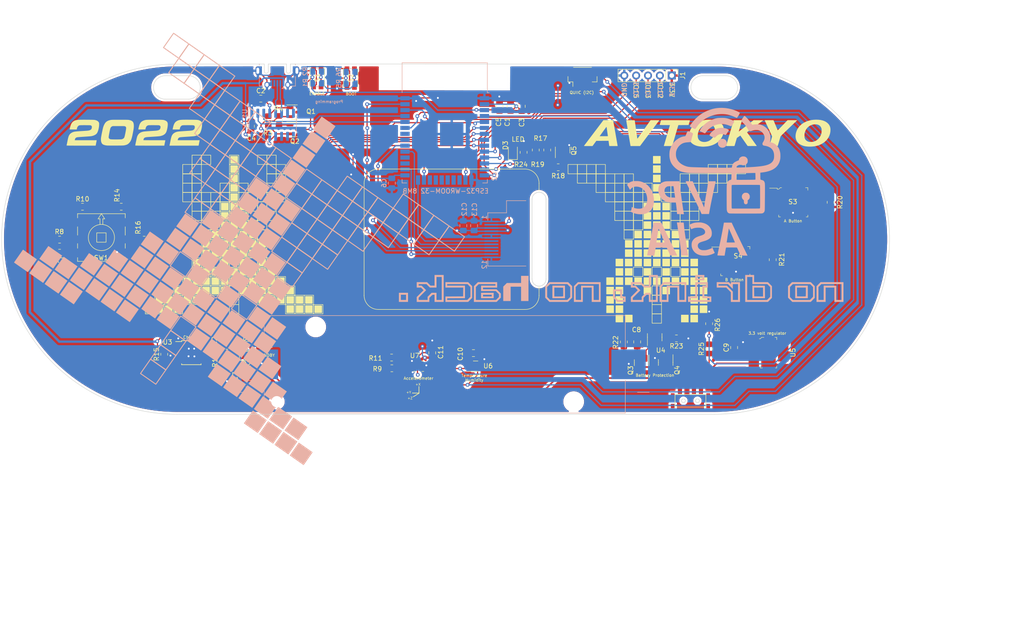
<source format=kicad_pcb>
(kicad_pcb (version 20211014) (generator pcbnew)
  (layers (0 "F.Cu" signal) (31 "B.Cu" signal) (34 "B.Paste" user) (35 "F.Paste" user) (36 "B.SilkS" user "B.Silkscreen") (37 "F.SilkS" user "F.Silkscreen") (38 "B.Mask" user) (39 "F.Mask" user) (44 "Edge.Cuts" user))
  (net 0 "")
  (net 1 "Net-(C2-Pad2)")
  (net 2 "GND")
  (net 3 "/EN")
  (net 4 "/BOOT")
  (net 5 "/DOWN")
  (net 6 "/UP")
  (net 7 "/CENTER")
  (net 8 "/LEFT")
  (net 9 "/A_BTN")
  (net 10 "/RIGHT")
  (net 11 "/B_BTN")
  (net 12 "Net-(D1-Pad1)")
  (net 13 "Net-(D2-Pad1)")
  (net 14 "+5V")
  (net 15 "/TFT_MOSI")
  (net 16 "/SCL")
  (net 17 "/SDA")
  (net 18 "+3.3V")
  (net 19 "/TFT_BLK")
  (net 20 "Net-(Q1-Pad1)")
  (net 21 "/~{RTS}")
  (net 22 "Net-(Q2-Pad1)")
  (net 23 "/~{DTR}")
  (net 24 "Net-(R2-Pad2)")
  (net 25 "Net-(R6-Pad2)")
  (net 26 "Net-(R12-Pad2)")
  (net 27 "Net-(R13-Pad2)")
  (net 28 "Net-(R15-Pad2)")
  (net 29 "/SPI_SCK")
  (net 30 "Net-(BT1-Pad2)")
  (net 31 "Net-(C8-Pad2)")
  (net 32 "/SPI_SS")
  (net 33 "/PROG_RX")
  (net 34 "/PROG_TX")
  (net 35 "/USB_DP")
  (net 36 "/USB_DM")
  (net 44 "Net-(BT1-Pad1)")
  (net 45 "Net-(D3-Pad1)")
  (net 46 "Net-(Q3-Pad1)")
  (net 53 "Net-(Q3-Pad3)")
  (net 54 "/U2RXD")
  (net 55 "/U2TXD")
  (net 56 "/SPI_MISO")
  (net 58 "/TFT_RES")
  (net 59 "/TFT_DC")
  (net 60 "/IO12")
  (net 61 "/IO13")
  (net 62 "/IO15")
  (net 63 "Net-(Q4-Pad1)")
  (net 64 "Net-(R23-Pad2)")
  (net 66 "Net-(D3-Pad2)")
  (net 67 "Net-(Q5-Pad1)")
  (net 68 "Net-(R18-Pad1)")
  (net 71 "/ACC_INT")
  (net 72 "Net-(Q5-Pad3)")
  (net 73 "Net-(R25-Pad1)")
  (net 74 "/BAT_VOLT")
  (footprint "Capacitor_SMD:C_0805_2012Metric_Pad1.18x1.45mm_HandSolder" (layer "F.Cu") (at 101.2375 62.125)
    (fp_text reference "C10")
    (fp_text value "0.1uF")
  )
  (footprint "digikey-footprints:SOT-223" (layer "F.Cu") (at 164.375 62.025 -90)
    (fp_text reference "U5")
    (fp_text value "LM1117MPX-3_3_NOPB")
  )
  (footprint "Capacitor_SMD:C_0805_2012Metric_Pad1.18x1.45mm_HandSolder" (layer "F.Cu") (at 53.625 13.525 90)
    (fp_text reference "C4")
    (fp_text value "0.1uF")
  )
  (footprint "Package_TO_SOT_SMD:SOT-23" (layer "F.Cu") (at 142.375 64.125 -90)
    (fp_text reference "Q4")
    (fp_text value "AO3400A")
  )
  (footprint "Connector_PinHeader_2.54mm:PinHeader_1x05_P2.54mm_Vertical" (layer "F.Cu") (at 143.675 2.675 -90)
    (fp_text reference "J1")
    (fp_text value "Conn_01x05")
  )
  (footprint "AVTokyo:Invader_high_medium" (layer "F.Cu") (at 50.025 37.725)
    (fp_text reference "G***" hide)
    (fp_text value "LOGO" hide)
  )
  (footprint "Resistor_SMD:R_0805_2012Metric_Pad1.20x1.40mm_HandSolder" (layer "F.Cu") (at 165.275 42.125 -90)
    (fp_text reference "R21")
    (fp_text value "1K")
  )
  (footprint "AVTokyo:MK-12C02-Gxxx SPDT SMD switch" (layer "F.Cu") (at 147.675 72.325 180)
    (fp_text reference "SW2" hide)
    (fp_text value "SW_SPDT" hide)
    (fp_circle (center 1.5 0) (end 1.9 0) (layer "Edge.Cuts") (width 0.12) (fill none))
    (fp_circle (center -1.5 0) (end -1.1 0) (layer "Edge.Cuts") (width 0.12) (fill none))
  )
  (footprint "Resistor_SMD:R_0805_2012Metric_Pad1.20x1.40mm_HandSolder" (layer "F.Cu") (at 25.875 30.775 180)
    (fp_text reference "R14")
    (fp_text value "1K")
  )
  (footprint "Capacitor_SMD:C_0805_2012Metric_Pad1.18x1.45mm_HandSolder" (layer "F.Cu") (at 48.475 65.8375 90)
    (fp_text reference "C7")
    (fp_text value "10uF")
  )
  (footprint "Resistor_SMD:R_0805_2012Metric_Pad1.20x1.40mm_HandSolder" (layer "F.Cu") (at 57.325 12.375 90)
    (fp_text reference "R3")
    (fp_text value "12K")
  )
  (footprint "Capacitor_SMD:C_0805_2012Metric_Pad1.18x1.45mm_HandSolder" (layer "F.Cu") (at 106.825 9.2375 90)
    (fp_text reference "C5")
    (fp_text value "1uF")
  )
  (footprint "Package_TO_SOT_SMD:SOT-23" (layer "F.Cu") (at 120.325 18.625 90)
    (fp_text reference "Q5")
    (fp_text value "BC817")
  )
  (footprint "Resistor_SMD:R_0805_2012Metric_Pad1.20x1.40mm_HandSolder" (layer "F.Cu") (at 151.675 61.225 90)
    (fp_text reference "R25")
    (fp_text value "10K")
  )
  (footprint "Resistor_SMD:R_0805_2012Metric_Pad1.20x1.40mm_HandSolder" (layer "F.Cu") (at 48.475 60.575 180)
    (fp_text reference "R12")
    (fp_text value "120")
  )
  (footprint "Package_TO_SOT_SMD:SOT-23-6" (layer "F.Cu") (at 140.025 58.725 90)
    (fp_text reference "U4")
    (fp_text value "DW01A")
  )
  (footprint "digikey-footprints:Switch_Tactile_SMD_6x6mm" (layer "F.Cu") (at 169.675 29.825)
    (fp_text reference "S3")
    (fp_text value "MOMENTARY-SWITCH-SPST-2-SMD-5.2MM")
  )
  (footprint "Resistor_SMD:R_0805_2012Metric_Pad1.20x1.40mm_HandSolder" (layer "F.Cu") (at 35.075 62.375 90)
    (fp_text reference "R15")
    (fp_text value "3K")
  )
  (footprint "Resistor_SMD:R_0805_2012Metric_Pad1.20x1.40mm_HandSolder" (layer "F.Cu") (at 114.575 18.625 90)
    (fp_text reference "R19")
    (fp_text value "10K")
  )
  (footprint "Sensor_Humidity:Sensirion_DFN-4-1EP_2x2mm_P1mm_EP0.7x1.6mm" (layer "F.Cu") (at 101.2 64.925)
    (fp_text reference "U6")
    (fp_text value "SHTC3")
  )
  (footprint "Package_LGA:Kionix_LGA-12_2x2mm_P0.5mm_LayoutBorder2x4y" (layer "F.Cu") (at 89.5125 64.925)
    (fp_text reference "U7")
    (fp_text value "KXTJ3-1057")
  )
  (footprint "Package_TO_SOT_SMD:SOT-23" (layer "F.Cu") (at 137.225 64.175 -90)
    (fp_text reference "Q3")
    (fp_text value "AO3400A")
  )
  (footprint "Package_TO_SOT_SMD:SOT-23" (layer "F.Cu") (at 62.9125 14.225)
    (fp_text reference "Q2")
    (fp_text value "BC817")
  )
  (footprint "Resistor_SMD:R_0805_2012Metric_Pad1.20x1.40mm_HandSolder" (layer "F.Cu") (at 48.475 62.725 180)
    (fp_text reference "R13")
    (fp_text value "120")
  )
  (footprint "Capacitor_SMD:C_0805_2012Metric_Pad1.18x1.45mm_HandSolder" (layer "F.Cu") (at 55.7375 7.625)
    (fp_text reference "C2")
    (fp_text value "0.1uF")
  )
  (footprint "Resistor_SMD:R_0805_2012Metric_Pad1.20x1.40mm_HandSolder" (layer "F.Cu") (at 83.775 65.375)
    (fp_text reference "R9")
    (fp_text value "2K")
  )
  (footprint "Capacitor_SMD:C_0805_2012Metric_Pad1.18x1.45mm_HandSolder" (layer "F.Cu") (at 157.025 60.9375 90)
    (fp_text reference "C9")
    (fp_text value "10uF")
  )
  (footprint "Resistor_SMD:R_0805_2012Metric_Pad1.20x1.40mm_HandSolder" (layer "F.Cu") (at 12.675 40.625 180)
    (fp_text reference "R7")
    (fp_text value "1K")
  )
  (footprint "AVTokyo:2022" (layer "F.Cu") (at 28.675 14.9)
    (fp_text reference "G***" hide)
    (fp_text value "LOGO" hide)
  )
  (footprint "Button_Switch_SMD:SW_Push_1P1T_NO_CK_KMR2" (layer "F.Cu") (at 67.825 3.125 -90)
    (fp_text reference "S1")
    (fp_text value "EN")
  )
  (footprint "Resistor_SMD:R_0805_2012Metric_Pad1.20x1.40mm_HandSolder" (layer "F.Cu") (at 133.425 59.725 90)
    (fp_text reference "R22")
    (fp_text value "100")
  )
  (footprint "Capacitor_SMD:C_0805_2012Metric_Pad1.18x1.45mm_HandSolder" (layer "F.Cu") (at 111.575 9.2625 90)
    (fp_text reference "C3")
    (fp_text value "0.1uF")
  )
  (footprint "LED_SMD:LED_0805_2012Metric" (layer "F.Cu") (at 109.675 18.9875 90)
    (fp_text reference "D3")
    (fp_text value "LED Red")
  )
  (footprint "Capacitor_SMD:C_0805_2012Metric_Pad1.18x1.45mm_HandSolder" (layer "F.Cu") (at 136.275 59.725 90)
    (fp_text reference "C8")
    (fp_text value "0.1uF")
  )
  (footprint "Resistor_SMD:R_0805_2012Metric_Pad1.20x1.40mm_HandSolder" (layer "F.Cu") (at 151.675 55.825 90)
    (fp_text reference "R26")
    (fp_text value "30K")
  )
  (footprint "Resistor_SMD:R_0805_2012Metric_Pad1.20x1.40mm_HandSolder" (layer "F.Cu") (at 177.675 29.825 -90)
    (fp_text reference "R20")
    (fp_text value "1K")
  )
  (footprint "Capacitor_SMD:C_0805_2012Metric_Pad1.18x1.45mm_HandSolder" (layer "F.Cu") (at 92.425 62.0625 90)
    (fp_text reference "C11")
    (fp_text value "0.1uF")
  )
  (footprint "Connector_JST:JST_SH_BM04B-SRSS-TB_1x04-1MP_P1.00mm_Vertical" (layer "F.Cu") (at 124.575 2.925)
    (fp_text reference "J3" hide)
    (fp_text value "Quiic")
  )
  (footprint "Button_Switch_SMD:SW_Push_1P1T_NO_CK_KMR2" (layer "F.Cu") (at 74.975 3.225 -90)
    (fp_text reference "S2")
    (fp_text value "BOOT")
  )
  (footprint "Resistor_SMD:R_0805_2012Metric_Pad1.20x1.40mm_HandSolder" (layer "F.Cu") (at 111.975 19.125 90)
    (fp_text reference "R24")
    (fp_text value "120")
  )
  (footprint "Resistor_SMD:R_0805_2012Metric_Pad1.20x1.40mm_HandSolder" (layer "F.Cu") (at 17.575 30.775)
    (fp_text reference "R10")
    (fp_text value "1K")
  )
  (footprint "Resistor_SMD:R_0805_2012Metric_Pad1.20x1.40mm_HandSolder" (layer "F.Cu") (at 117.025 18.625 90)
    (fp_text reference "R17")
    (fp_text value "1K")
  )
  (footprint "AVTokyo:TFT_240x280_raw_LH169I-IG01_BackSideMount" (layer "F.Cu") (at 95.275 37.775)
    (fp_text reference "TFT1" hide)
    (fp_text value "TFT_240x280_raw_LH169I-IG01" hide)
    (fp_line (start 18.5 8.5) (end 18.5 -8.6) (layer "Edge.Cuts") (width 0.12))
    (fp_line (start 21.5 -8.6) (end 21.5 8.5) (layer "Edge.Cuts") (width 0.12))
    (fp_arc (start 21.5 8.5) (mid 20 10) (end 18.5 8.5) (layer "Edge.Cuts") (width 0.12))
    (fp_arc (start 18.5 -8.6) (mid 20 -10.1) (end 21.5 -8.6) (layer "Edge.Cuts") (width 0.12))
  )
  (footprint "Resistor_SMD:R_0805_2012Metric_Pad1.20x1.40mm_HandSolder" (layer "F.Cu") (at 144.675 58.975 180)
    (fp_text reference "R23")
    (fp_text value "1K")
  )
  (footprint "Resistor_SMD:R_0805_2012Metric_Pad1.20x1.40mm_HandSolder" (layer "F.Cu") (at 83.725 63.075)
    (fp_text reference "R11")
    (fp_text value "2K")
  )
  (footprint "AVTokyo:K1-1506SN-01" (layer "F.Cu") (at 21.625 37.37)
    (fp_text reference "SW1")
    (fp_text value "navigation_switch_K1-1506SN-01")
  )
  (footprint "Package_TO_SOT_SMD:SOT-23" (layer "F.Cu") (at 62.925 10.525)
    (fp_text reference "Q1")
    (fp_text value "BC817")
  )
  (footprint "Resistor_SMD:R_0805_2012Metric_Pad1.20x1.40mm_HandSolder" (layer "F.Cu") (at 119.375 22.325)
    (fp_text reference "R18")
    (fp_text value "10")
  )
  (footprint "Resistor_SMD:R_0805_2012Metric_Pad1.20x1.40mm_HandSolder" (layer "F.Cu") (at 30.775 37.825)
    (fp_text reference "R16")
    (fp_text value "1K")
  )
  (footprint "AVTokyo:AVTOKYO txt 60x20" (layer "F.Cu") (at 151.225 15.025)
    (fp_text reference "G***" hide)
    (fp_text value "LOGO" hide)
  )
  (footprint "Capacitor_SMD:C_0805_2012Metric_Pad1.18x1.45mm_HandSolder" (layer "F.Cu") (at 109.175 9.2375 90)
    (fp_text reference "C1")
    (fp_text value "22uF")
  )
  (footprint "Resistor_SMD:R_0805_2012Metric_Pad1.20x1.40mm_HandSolder" (layer "F.Cu") (at 59.625 12.325 -90)
    (fp_text reference "R4")
    (fp_text value "12K")
  )
  (footprint "Resistor_SMD:R_0805_2012Metric_Pad1.20x1.40mm_HandSolder" (layer "F.Cu") (at 12.675 37.825 180)
    (fp_text reference "R8")
    (fp_text value "1K")
  )
  (footprint "Package_SO:TI_SO-PowerPAD-8" (layer "F.Cu") (at 40.875 62.025)
    (fp_text reference "U3")
    (fp_text value "TP4056")
  )
  (footprint "AVTokyo:Invader_low_medium" (layer "F.Cu") (at 140.475 37.725)
    (fp_text reference "G***" hide)
    (fp_text value "LOGO" hide)
  )
  (footprint "LED_SMD:LED_0805_2012Metric" (layer "F.Cu") (at 52.8125 60.575)
    (fp_text reference "D1")
    (fp_text value "LED Green")
  )
  (footprint "digikey-footprints:Switch_Tactile_SMD_6x6mm" (layer "F.Cu") (at 157.275 42.425)
    (fp_text reference "S4")
    (fp_text value "MOMENTARY-SWITCH-SPST-2-SMD-5.2MM")
  )
  (footprint "LED_SMD:LED_0805_2012Metric" (layer "F.Cu") (at 52.8375 62.725)
    (fp_text reference "D2")
    (fp_text value "LED Blue")
  )
  (footprint "AVTokyo:VPCAsia_35x33" (layer "B.Cu") (at 150.925 25.525 180)
    (fp_text reference "G***" hide)
    (fp_text value "LOGO" hide)
  )
  (footprint "Capacitor_SMD:C_0805_2012Metric_Pad1.18x1.45mm_HandSolder" (layer "B.Cu") (at 99.075 34.8375 90)
    (fp_text reference "C12")
    (fp_text value "10uF")
  )
  (footprint "VPC-Asia:ESP32-WROOM-32E" (layer "B.Cu") (at 95.09 15.8 180)
    (fp_text reference "U2")
    (fp_text value "ESP32-WROOM-32E")
  )
  (footprint "AVTokyo:Invader_main_big" (layer "B.Cu") (at 51.015 39.95 145)
    (fp_text reference "G***" hide)
    (fp_text value "LOGO" hide)
  )
  (footprint "Connector_USB:USB_Micro-AB_Molex_47590-0001" (layer "B.Cu") (at 59.275 1.66)
    (fp_text reference "J2" hide)
    (fp_text value "USB_B_Micro")
    (fp_line (start 2.8 -1.45) (end 3.75 -1.45) (layer "Edge.Cuts") (width 0.1))
    (fp_line (start -1.95 0.125) (end -1.95 -1.45) (layer "Edge.Cuts") (width 0.1))
    (fp_line (start 1.95 0.125) (end 1.95 -1.45) (layer "Edge.Cuts") (width 0.1))
    (fp_line (start -1.95 -1.45) (end 1.95 -1.45) (layer "Edge.Cuts") (width 0.1))
    (fp_line (start -3.75 -1.45) (end -2.8 -1.45) (layer "Edge.Cuts") (width 0.1))
    (fp_line (start 2.8 0.125) (end 2.8 -1.45) (layer "Edge.Cuts") (width 0.1))
    (fp_line (start -2.8 0.125) (end -2.8 -1.45) (layer "Edge.Cuts") (width 0.1))
    (fp_arc (start 2.8 0.125) (mid 2.375 0.55) (end 1.95 0.125) (layer "Edge.Cuts") (width 0.1))
    (fp_arc (start -1.95 0.125) (mid -2.375 0.55) (end -2.8 0.125) (layer "Edge.Cuts") (width 0.1))
  )
  (footprint "AVTokyo:NDNH 95x5" (layer "B.Cu") (at 132.875 48.275 180)
    (fp_text reference "G***" hide)
    (fp_text value "LOGO" hide)
  )
  (footprint "Battery:BatteryHolder_Keystone_1042_1x18650" (layer "B.Cu") (at 95.09 64.525)
    (fp_text reference "BT1" hide)
    (fp_text value "18650")
  )
  (footprint "Resistor_SMD:R_0805_2012Metric_Pad1.20x1.40mm_HandSolder" (layer "B.Cu") (at 74.925 1.925)
    (fp_text reference "R6")
    (fp_text value "470")
  )
  (footprint "Resistor_SMD:R_0805_2012Metric_Pad1.20x1.40mm_HandSolder" (layer "B.Cu") (at 67.775 4.325 180)
    (fp_text reference "R1")
    (fp_text value "12K")
  )
  (footprint "Resistor_SMD:R_0805_2012Metric_Pad1.20x1.40mm_HandSolder" (layer "B.Cu") (at 74.925 4.425 180)
    (fp_text reference "R5")
    (fp_text value "12K")
  )
  (footprint "Capacitor_SMD:C_0805_2012Metric_Pad1.18x1.45mm_HandSolder" (layer "B.Cu") (at 101.375 34.8325 90)
    (fp_text reference "C13")
    (fp_text value "10uF")
  )
  (footprint "Resistor_SMD:R_0805_2012Metric_Pad1.20x1.40mm_HandSolder" (layer "B.Cu") (at 67.775 1.825)
    (fp_text reference "R2")
    (fp_text value "470")
  )
  (footprint "Capacitor_SMD:C_0805_2012Metric_Pad1.18x1.45mm_HandSolder" (layer "B.Cu") (at 83.775 25.725 -90)
    (fp_text reference "C6")
    (fp_text value "0.1uF")
  )
  (footprint "Package_SO:SOIC-16_3.9x9.9mm_P1.27mm" (layer "B.Cu") (at 58.275 13.225 -90)
    (fp_text reference "U1")
    (fp_text value "CH340C")
  )
  (gr_line (start 89.575 70.725) (end 88.375 71.475) (layer "F.SilkS") (width 0.15))
  (gr_line (start 89.575 70.675) (end 89.575 69.275) (layer "F.SilkS") (width 0.15))
  (gr_line (start 89.575 70.675) (end 88.175 70.675) (layer "F.SilkS") (width 0.15))
  (gr_line (start 63.025 0.21) (end 152.775 0.225) (layer "Edge.Cuts") (width 0.1))
  (gr_arc (start 152.775 0.225) (mid 190.275 37.725) (end 152.775 75.225) (layer "Edge.Cuts") (width 0.1))
  (gr_line (start 55.525 0.21) (end 37.775 0.225) (layer "Edge.Cuts") (width 0.1))
  (gr_line (start 150.275 7.725) (end 155.275 7.725) (layer "Edge.Cuts") (width 0.1))
  (gr_line (start 155.275 2.725) (end 150.275 2.725) (layer "Edge.Cuts") (width 0.1))
  (gr_arc (start 155.275 2.725) (mid 157.775 5.225) (end 155.275 7.725) (layer "Edge.Cuts") (width 0.1))
  (gr_arc (start 35.275 7.725) (mid 32.775 5.225) (end 35.275 2.725) (layer "Edge.Cuts") (width 0.1))
  (gr_line (start 40.275 2.725) (end 35.275 2.725) (layer "Edge.Cuts") (width 0.1))
  (gr_line (start 37.775 75.225) (end 152.775 75.225) (layer "Edge.Cuts") (width 0.1))
  (gr_arc (start 150.275 7.725) (mid 147.775 5.225) (end 150.275 2.725) (layer "Edge.Cuts") (width 0.1))
  (gr_arc (start 40.275 2.725) (mid 42.775 5.225) (end 40.275 7.725) (layer "Edge.Cuts") (width 0.1))
  (gr_line (start 35.275 7.725) (end 40.275 7.725) (layer "Edge.Cuts") (width 0.1))
  (gr_arc (start 37.775 75.225) (mid 0.275 37.725) (end 37.775 0.225) (layer "Edge.Cuts") (width 0.1))
  (gr_text "IO15" (at 135.975 5.725 270) (layer "B.SilkS") (effects (font (size 1 1)) (justify mirror)))
  (gr_text "GND" (at 133.475 5.725 270) (layer "B.SilkS") (effects (font (size 1 1)) (justify mirror)))
  (gr_text "Programming" (at 70.375 8.275) (layer "B.SilkS") (effects (font (size 0.6 0.6) (thickness 0.1)) (justify mirror)))
  (gr_text "IO12" (at 141.175 5.725 270) (layer "B.SilkS") (effects (font (size 1 1)) (justify mirror)))
  (gr_text "ESP32-WROOM-32 8MB" (at 95.275 27.425) (layer "B.SilkS") (effects (font (size 1 1)) (justify mirror)))
  (gr_text "IO13" (at 138.525 5.625 270) (layer "B.SilkS") (effects (font (size 1 1)) (justify mirror)))
  (gr_text "3.3V" (at 143.675 5.675 270) (layer "B.SilkS") (effects (font (size 1 1)) (justify mirror)))
  (gr_text "QUIIC (I2C)" (at 124.425 6.325) (layer "F.SilkS") (effects (font (size 0.6 0.6) (thickness 0.1))))
  (gr_text "ENABLE" (at 67.775 6.575) (layer "F.SilkS") (effects (font (size 0.6 0.6) (thickness 0.1))))
  (gr_text "BOOT" (at 75.075 6.625) (layer "F.SilkS") (effects (font (size 0.6 0.6) (thickness 0.1))))
  (gr_text "A Button" (at 169.625 33.825) (layer "F.SilkS") (effects (font (size 0.6 0.6) (thickness 0.1))))
  (gr_text "Battery Protection" (at 140.075 66.875) (layer "F.SilkS") (effects (font (size 0.6 0.6) (thickness 0.1))))
  (gr_text "IO15" (at 136.025 5.875 270) (layer "F.SilkS") (effects (font (size 1 1))))
  (gr_text "IO12" (at 141.225 5.875 270) (layer "F.SilkS") (effects (font (size 1 1))))
  (gr_text "+Y" (at 87.375 70.525) (layer "F.SilkS") (effects (font (size 0.5 0.5) (thickness 0.08))))
  (gr_text "+Z" (at 87.675 71.775) (layer "F.SilkS") (effects (font (size 0.5 0.5) (thickness 0.08))))
  (gr_text "GND" (at 133.475 5.725 270) (layer "F.SilkS") (effects (font (size 1 1))))
  (gr_text "+X" (at 89.375 68.825) (layer "F.SilkS") (effects (font (size 0.5 0.5) (thickness 0.08))))
  (gr_text "LED" (at 110.775 16.325) (layer "F.SilkS") (effects (font (size 1 1))))
  (gr_text "CHARGE\n\nSTANDBY" (at 54.775 61.625) (layer "F.SilkS") (effects (font (size 0.6 0.6) (thickness 0.1)) (justify left)))
  (gr_text "Charger" (at 40.875 58.725) (layer "F.SilkS") (effects (font (size 0.6 0.6) (thickness 0.1))))
  (gr_text "3.3V" (at 143.725 5.675 270) (layer "F.SilkS") (effects (font (size 1 1))))
  (gr_text "Accelerometer" (at 89.475 67.525) (layer "F.SilkS") (effects (font (size 0.6 0.6) (thickness 0.1))))
  (gr_text "3.3 volt regulator" (at 164.125 57.875) (layer "F.SilkS") (effects (font (size 0.6 0.6) (thickness 0.1))))
  (gr_text "B Button" (at 157.075 46.425) (layer "F.SilkS") (effects (font (size 0.6 0.6) (thickness 0.1))))
  (gr_text "Temperature\nHumidity" (at 101.425 67.425) (layer "F.SilkS") (effects (font (size 0.6 0.6) (thickness 0.1))))
  (gr_text "IO13" (at 138.575 5.875 270) (layer "F.SilkS") (effects (font (size 1 1))))
  (segment (start 56.775 8.225) (end 57.625 9.075) (width 0.254) (layer "F.Cu") (net 1))
  (segment (start 56.775 7.625) (end 56.775 8.225) (width 0.254) (layer "F.Cu") (net 1))
  (via (at 57.625 9.075) (size 0.8) (drill 0.4) (layers "F.Cu" "B.Cu") (net 1))
  (segment (start 57.64 10.75) (end 57.64 9.09) (width 0.254) (layer "B.Cu") (net 1))
  (segment (start 57.64 9.09) (end 57.625 9.075) (width 0.254) (layer "B.Cu") (net 1))
  (segment (start 89.7625 65.271978) (end 89.859478 65.175) (width 0.254) (layer "F.Cu") (net 2))
  (segment (start 38.095 62.66) (end 35.79 62.66) (width 0.254) (layer "F.Cu") (net 2))
  (segment (start 53.625 12.4875) (end 53.625 9.225) (width 0.254) (layer "F.Cu") (net 2))
  (segment (start 51.5875 12.4875) (end 51.575 12.475) (width 0.254) (layer "F.Cu") (net 2))
  (segment (start 111.575 8.225) (end 109.2 8.225) (width 0.254) (layer "F.Cu") (net 2))
  (segment (start 114.575 17.625) (end 113.675 16.725) (width 0.254) (layer "F.Cu") (net 2))
  (segment (start 158.975 59.725) (end 158.925 59.775) (width 0.35) (layer "F.Cu") (net 2))
  (segment (start 123.075 4.25) (end 121.8 4.25) (width 0.254) (layer "F.Cu") (net 2))
  (segment (start 88.3765 63.8015) (end 88.07965 63.8015) (width 0.254) (layer "F.Cu") (net 2))
  (segment (start 54.7 8.15) (end 53.775 9.075) (width 0.254) (layer "F.Cu") (net 2))
  (segment (start 74.725 1.725) (end 74.725 4.725) (width 0.254) (layer "F.Cu") (net 2))
  (segment (start 121.275 19.5625) (end 121.275 18.025) (width 0.254) (layer "F.Cu") (net 2))
  (segment (start 102.125 63.325) (end 103.475 63.325) (width 0.254) (layer "F.Cu") (net 2))
  (segment (start 140.0875 63.1875) (end 140.075 63.175) (width 0.35) (layer "F.Cu") (net 2))
  (segment (start 111.975 18.125) (end 111.975 16.775) (width 0.254) (layer "F.Cu") (net 2))
  (segment (start 61.5 3.61) (end 61.5 4.66) (width 0.254) (layer "F.Cu") (net 2))
  (segment (start 157.025 59.9) (end 158.8 59.9) (width 0.35) (layer "F.Cu") (net 2))
  (segment (start 109.2 8.225) (end 109.175 8.2) (width 0.254) (layer "F.Cu") (net 2))
  (segment (start 71.925 1.175) (end 74.175 1.175) (width 0.254) (layer "F.Cu") (net 2))
  (segment (start 63.45 1.66) (end 66.44 1.66) (width 0.254) (layer "F.Cu") (net 2))
  (segment (start 121.8 4.25) (end 121.775 4.275) (width 0.254) (layer "F.Cu") (net 2))
  (segment (start 67.025 1.075) (end 67.625 1.675) (width 0.254) (layer "F.Cu") (net 2))
  (segment (start 40.1325 62.66) (end 40.2725 62.8) (width 0.254) (layer "F.Cu") (net 2))
  (segment (start 38.095 58.995) (end 38.075 58.975) (width 0.254) (layer "F.Cu") (net 2))
  (segment (start 35.79 62.66) (end 35.075 63.375) (width 0.254) (layer "F.Cu") (net 2))
  (segment (start 169.625 32.075) (end 174.225 32.075) (width 0.254) (layer "F.Cu") (net 2))
  (segment (start 53.625 12.4875) (end 51.5875 12.4875) (width 0.254) (layer "F.Cu") (net 2))
  (segment (start 141.425 63.1875) (end 140.0875 63.1875) (width 0.35) (layer "F.Cu") (net 2))
  (segment (start 90.275 64.675) (end 90.275 65.175) (width 0.254) (layer "F.Cu") (net 2))
  (segment (start 53.625 9.225) (end 53.775 9.075) (width 0.254) (layer "F.Cu") (net 2))
  (segment (start 89.859478 65.175) (end 90.275 65.175) (width 0.254) (layer "F.Cu") (net 2))
  (segment (start 26.725 40.62) (end 25.12 40.62) (width 0.254) (layer "F.Cu") (net 2))
  (segment (start 113.675 16.725) (end 112.025 16.725) (width 0.254) (layer "F.Cu") (net 2))
  (segment (start 75.475 19.525) (end 75.475 23.475) (width 0.254) (layer "F.Cu") (net 2))
  (segment (start 161.225 59.725) (end 158.975 59.725) (width 0.35) (layer "F.Cu") (net 2))
  (segment (start 111.975 16.775) (end 112.025 16.725) (width 0.254) (layer "F.Cu") (net 2))
  (segment (start 89.625 7.475) (end 93.625 7.475) (width 0.254) (layer "F.Cu") (net 2))
  (segment (start 54.7 7.625) (end 54.7 8.15) (width 0.254) (layer "F.Cu") (net 2))
  (segment (start 38.095 62.66) (end 40.1325 62.66) (width 0.254) (layer "F.Cu") (net 2))
  (segment (start 91.078533 64.675) (end 91.155033 64.7515) (width 0.254) (layer "F.Cu") (net 2))
  (segment (start 66.44 1.66) (end 67.025 1.075) (width 0.254) (layer "F.Cu") (net 2))
  (segment (start 151.675 54.825) (end 151.675 53.225) (width 0.25) (layer "F.Cu") (net 2))
  (segment (start 88.75 65.7) (end 88.225 66.225) (width 0.254) (layer "F.Cu") (net 2))
  (segment (start 90.275 64.675) (end 91.078533 64.675) (width 0.254) (layer "F.Cu") (net 2))
  (segment (start 48.475 66.875) (end 48.475 68.125) (width 0.254) (layer "F.Cu") (net 2))
  (segment (start 145.675 58.975) (end 147.225 58.975) (width 0.254) (layer "F.Cu") (net 2))
  (segment (start 88.975 8.125) (end 89.625 7.475) (width 0.254) (layer "F.Cu") (net 2))
  (segment (start 75.475 23.475) (end 75.075 23.875) (width 0.254) (layer "F.Cu") (net 2))
  (segment (start 63.45 1.66) (end 61.5 3.61) (width 0.254) (layer "F.Cu") (net 2))
  (segment (start 25.12 40.62) (end 24.975 40.475) (width 0.254) (layer "F.Cu") (net 2))
  (segment (start 157.425 44.675) (end 152.725 44.675) (width 0.254) (layer "F.Cu") (net 2))
  (segment (start 158.8 59.9) (end 158.925 59.775) (width 0.35) (layer "F.Cu") (net 2))
  (segment (start 74.175 1.175) (end 74.725 1.725) (width 0.254) (layer "F.Cu") (net 2))
  (segment (start 92.425 61.025) (end 92.425 59.425) (width 0.254) (layer "F.Cu") (net 2))
  (segment (start 121.275 18.025) (end 121.725 17.575) (width 0.254) (layer "F.Cu") (net 2))
  (segment (start 67.625 1.675) (end 67.625 4.575) (width 0.254) (layer "F.Cu") (net 2))
  (segment (start 89.7625 65.6875) (end 89.7625 65.271978) (width 0.254) (layer "F.Cu") (net 2))
  (segment (start 102.125 64.425) (end 102.125 63.325) (width 0.254) (layer "F.Cu") (net 2))
  (segment (start 103.475 63.325) (end 103.575 63.425) (width 0.254) (layer "F.Cu") (net 2))
  (segment (start 109.175 8.2) (end 106.825 8.2) (width 0.254) (layer "F.Cu") (net 2))
  (segment (start 57.05 3.61) (end 57.05 4.66) (width 0.254) (layer "F.Cu") (net 2))
  (segment (start 67.625 4.575) (end 67.025 5.175) (width 0.254) (layer "F.Cu") (net 2))
  (segment (start 161.825 44.675) (end 157.425 44.675) (width 0.254) (layer "F.Cu") (net 2))
  (segment (start 165.125 32.075) (end 169.625 32.075) (width 0.254) (layer "F.Cu") (net 2))
  (segment (start 38.095 60.12) (end 38.095 58.995) (width 0.254) (layer "F.Cu") (net 2))
  (segment (start 106.825 8.2) (end 106.825 7.225) (width 0.254) (layer "F.Cu") (net 2))
  (segment (start 102.125 62.275) (end 102.275 62.125) (width 0.254) (layer "F.Cu") (net 2))
  (segment (start 74.725 4.725) (end 74.175 5.275) (width 0.254) (layer "F.Cu") (net 2))
  (segment (start 88.75 65.675) (end 88.75 65.7) (width 0.254) (layer "F.Cu") (net 2))
  (segment (start 55.1 1.66) (end 57.05 3.61) (width 0.254) (layer "F.Cu") (net 2))
  (segment (start 88.75 64.175) (end 88.3765 63.8015) (width 0.254) (layer "F.Cu") (net 2))
  (segment (start 102.125 63.325) (end 102.125 62.275) (width 0.254) (layer "F.Cu") (net 2))
  (segment (start 106.825 7.225) (end 106.775 7.175) (width 0.254) (layer "F.Cu") (net 2))
  (via (at 36.41 62.66) (size 0.8) (drill 0.4) (layers "F.Cu" "B.Cu") (net 2))
  (via (at 53.775 9.075) (size 0.8) (drill 0.4) (layers "F.Cu" "B.Cu") (net 2))
  (via (at 121.775 4.275) (size 0.8) (drill 0.4) (layers "F.Cu" "B.Cu") (net 2))
  (via (at 40.325 61.175) (size 0.8) (drill 0.4) (layers "F.Cu" "B.Cu") (net 2))
  (via (at 93.625 7.475) (size 0.8) (drill 0.4) (layers "F.Cu" "B.Cu") (net 2))
  (via (at 24.975 40.475) (size 0.8) (drill 0.4) (layers "F.Cu" "B.Cu") (net 2))
  (via (at 41.525 62.825) (size 0.8) (drill 0.4) (layers "F.Cu" "B.Cu") (net 2))
  (via (at 38.075 58.975) (size 0.8) (drill 0.4) (layers "F.Cu" "B.Cu") (net 2))
  (via (at 151.675 53.225) (size 0.8) (drill 0.4) (layers "F.Cu" "B.Cu") (net 2))
  (via (at 75.075 23.875) (size 0.8) (drill 0.4) (layers "F.Cu" "B.Cu") (net 2))
  (via (at 169.625 32.075) (size 0.8) (drill 0.4) (layers "F.Cu" "B.Cu") (net 2))
  (via (at 140.075 63.175) (size 0.8) (drill 0.4) (layers "F.Cu" "B.Cu") (net 2))
  (via (at 121.725 17.575) (size 0.8) (drill 0.4) (layers "F.Cu" "B.Cu") (net 2))
  (via (at 158.925 59.775) (size 0.8) (drill 0.4) (layers "F.Cu" "B.Cu") (net 2))
  (via (at 40.2725 62.8) (size 0.8) (drill 0.4) (layers "F.Cu" "B.Cu") (net 2))
  (via (at 92.425 59.425) (size 0.8) (drill 0.4) (layers "F.Cu" "B.Cu") (net 2))
  (via (at 41.475 61.175) (size 0.8) (drill 0.4) (layers "F.Cu" "B.Cu") (net 2))
  (via (at 88.975 8.125) (size 0.8) (drill 0.4) (layers "F.Cu" "B.Cu") (net 2))
  (via (at 51.575 12.475) (size 0.8) (drill 0.4) (layers "F.Cu" "B.Cu") (net 2))
  (via (at 147.225 58.975) (size 0.8) (drill 0.4) (layers "F.Cu" "B.Cu") (net 2))
  (via (at 91.155033 64.7515) (size 0.8) (drill 0.4) (layers "F.Cu" "B.Cu") (net 2))
  (via (at 71.925 1.175) (size 0.8) (drill 0.4) (layers "F.Cu" "B.Cu") (net 2))
  (via (at 106.775 7.175) (size 0.8) (drill 0.4) (layers "F.Cu" "B.Cu") (net 2))
  (via (at 88.225 66.225) (size 0.8) (drill 0.4) (layers "F.Cu" "B.Cu") (net 2))
  (via (at 75.475 19.525) (size 0.8) (drill 0.4) (layers "F.Cu" "B.Cu") (net 2))
  (via (at 88.07965 63.8015) (size 0.8) (drill 0.4) (layers "F.Cu" "B.Cu") (net 2))
  (via (at 112.025 16.725) (size 0.8) (drill 0.4) (layers "F.Cu" "B.Cu") (net 2))
  (via (at 157.425 44.675) (size 0.8) (drill 0.4) (layers "F.Cu" "B.Cu") (net 2))
  (via (at 103.575 63.425) (size 0.8) (drill 0.4) (layers "F.Cu" "B.Cu") (net 2))
  (via (at 48.475 68.125) (size 0.8) (drill 0.4) (layers "F.Cu" "B.Cu") (net 2))
  (segment (start 107.325 37.425) (end 107.375 37.375) (width 0.254) (layer "B.Cu") (net 2))
  (segment (start 105.075 36.725) (end 103.125 36.725) (width 0.25) (layer "B.Cu") (net 2))
  (segment (start 105.075 41.625) (end 107.325 41.625) (width 0.25) (layer "B.Cu") (net 2))
  (segment (start 71.925 1.175) (end 71.325 0.775) (width 0.254) (layer "B.Cu") (net 2))
  (segment (start 105.075 37.425) (end 107.325 37.425) (width 0.254) (layer "B.Cu") (net 2))
  (segment (start 58.31 2.625) (end 59.275 1.66) (width 0.254) (layer "B.Cu") (net 2))
  (segment (start 62.225 2.675) (end 60.29 2.675) (width 0.254) (layer "B.Cu") (net 2))
  (segment (start 105.075 36.725) (end 107.175 36.725) (width 0.25) (layer "B.Cu") (net 2))
  (segment (start 55.1 1.66) (end 55.16 1.66) (width 0.254) (layer "B.Cu") (net 2))
  (segment (start 105.075 33.925) (end 102.875 33.925) (width 0.25) (layer "B.Cu") (net 2))
  (segment (start 59.275 1.66) (end 60.21 1.66) (width 0.254) (layer "B.Cu") (net 2))
  (segment (start 53.83 10.75) (end 53.775 10.695) (width 0.254) (layer "B.Cu") (net 2))
  (segment (start 71.325 0.775) (end 65.675 0.775) (width 0.254) (layer "B.Cu") (net 2))
  (segment (start 53.775 10.695) (end 53.775 9.075) (width 0.254) (layer "B.Cu") (net 2))
  (segment (start 107.175 36.725) (end 107.225 36.775) (width 0.25) (layer "B.Cu") (net 2))
  (segment (start 55.16 1.66) (end 56.125 2.625) (width 0.254) (layer "B.Cu") (net 2))
  (segment (start 63.24 1.66) (end 62.225 2.675) (width 0.254) (layer "B.Cu") (net 2))
  (segment (start 105.075 33.925) (end 107.075 33.925) (width 0.25) (layer "B.Cu") (net 2))
  (segment (start 107.075 33.925) (end 107.275 33.725) (width 0.25) (layer "B.Cu") (net 2))
  (segment (start 60.29 2.675) (end 59.275 1.66) (width 0.254) (layer "B.Cu") (net 2))
  (segment (start 56.125 2.625) (end 58.31 2.625) (width 0.254) (layer "B.Cu") (net 2))
  (segment (start 105.075 37.425) (end 102.975 37.425) (width 0.254) (layer "B.Cu") (net 2))
  (segment (start 105.075 41.625) (end 102.875 41.625) (width 0.25) (layer "B.Cu") (net 2))
  (segment (start 65.675 0.775) (end 64.79 1.66) (width 0.254) (layer "B.Cu") (net 2))
  (segment (start 64.79 1.66) (end 63.45 1.66) (width 0.254) (layer "B.Cu") (net 2))
  (segment (start 63.45 1.66) (end 63.24 1.66) (width 0.254) (layer "B.Cu") (net 2))
  (segment (start 65.625 10.225) (end 65.325 10.525) (width 0.254) (layer "F.Cu") (net 3))
  (segment (start 106.825 10.275) (end 106.575 10.025) (width 0.254) (layer "F.Cu") (net 3))
  (segment (start 106.575 10.025) (end 101.875 10.025) (width 0.254) (layer "F.Cu") (net 3))
  (segment (start 65.325 10.525) (end 63.8625 10.525) (width 0.254) (layer "F.Cu") (net 3))
  (segment (start 65.625 4.17) (end 65.625 10.225) (width 0.254) (layer "F.Cu") (net 3))
  (segment (start 66.775 3.02) (end 65.625 4.17) (width 0.254) (layer "F.Cu") (net 3))
  (via (at 101.875 10.025) (size 0.8) (drill 0.4) (layers "F.Cu" "B.Cu") (net 3))
  (via (at 66.775 3.02) (size 0.8) (drill 0.4) (layers "F.Cu" "B.Cu") (net 3))
  (segment (start 89.775 6.275) (end 67.375 6.275) (width 0.254) (layer "B.Cu") (net 3))
  (segment (start 67.375 6.275) (end 66.775 5.675) (width 0.254) (layer "B.Cu") (net 3))
  (segment (start 93.585 10.085) (end 89.775 6.275) (width 0.254) (layer "B.Cu") (net 3))
  (segment (start 66.775 5.675) (end 66.775 4.325) (width 0.254) (layer "B.Cu") (net 3))
  (segment (start 66.675 4.425) (end 66.775 4.325) (width 0.254) (layer "B.Cu") (net 3))
  (segment (start 66.775 3.02) (end 66.775 4.325) (width 0.254) (layer "B.Cu") (net 3))
  (segment (start 103.59 10.085) (end 93.585 10.085) (width 0.254) (layer "B.Cu") (net 3))
  (segment (start 66.775 1.825) (end 66.775 3.02) (width 0.254) (layer "B.Cu") (net 3))
  (segment (start 66.375 8.175) (end 67.725 6.825) (width 0.254) (layer "F.Cu") (net 4))
  (segment (start 66.375 14.125) (end 66.375 8.175) (width 0.254) (layer "F.Cu") (net 4))
  (segment (start 70.075 4.475) (end 71.325 3.225) (width 0.254) (layer "F.Cu") (net 4))
  (segment (start 66.375 14.225) (end 66.375 14.125) (width 0.254) (layer "F.Cu") (net 4))
  (segment (start 67.725 6.825) (end 69.525 6.825) (width 0.254) (layer "F.Cu") (net 4))
  (segment (start 63.85 14.225) (end 66.375 14.225) (width 0.254) (layer "F.Cu") (net 4))
  (segment (start 69.525 6.825) (end 70.075 6.275) (width 0.254) (layer "F.Cu") (net 4))
  (segment (start 71.325 3.225) (end 73.925 3.225) (width 0.254) (layer "F.Cu") (net 4))
  (segment (start 70.075 6.275) (end 70.075 4.475) (width 0.254) (layer "F.Cu") (net 4))
  (via (at 73.925 3.225) (size 0.8) (drill 0.4) (layers "F.Cu" "B.Cu") (net 4))
  (via (at 66.375 14.125) (size 0.8) (drill 0.4) (layers "F.Cu" "B.Cu") (net 4))
  (segment (start 86.59 24.055) (end 84.4075 24.055) (width 0.254) (layer "B.Cu") (net 4))
  (segment (start 73.925 1.925) (end 73.925 3.225) (width 0.254) (layer "B.Cu") (net 4))
  (segment (start 66.375 14.225) (end 68.725 14.225) (width 0.254) (layer "B.Cu") (net 4))
  (segment (start 73.925 3.225) (end 73.925 4.425) (width 0.254) (layer "B.Cu") (net 4))
  (segment (start 84.4075 24.055) (end 83.775 24.6875) (width 0.254) (layer "B.Cu") (net 4))
  (segment (start 68.725 14.225) (end 79.1875 24.6875) (width 0.254) (layer "B.Cu") (net 4))
  (segment (start 79.1875 24.6875) (end 83.775 24.6875) (width 0.254) (layer "B.Cu") (net 4))
  (segment (start 70.690449 17.675) (end 65.825 22.540448) (width 0.254) (layer "F.Cu") (net 5))
  (segment (start 65.825 24.325) (end 62.810953 27.339044) (width 0.254) (layer "F.Cu") (net 5))
  (segment (start 65.825 22.540448) (end 65.825 24.325) (width 0.254) (layer "F.Cu") (net 5))
  (segment (start 101.325 17.675) (end 70.690449 17.675) (width 0.254) (layer "F.Cu") (net 5))
  (segment (start 38.260956 27.339044) (end 30.775 34.825) (width 0.254) (layer "F.Cu") (net 5))
  (segment (start 30.775 34.825) (end 30.775 38.82196) (width 0.254) (layer "F.Cu") (net 5))
  (segment (start 62.810953 27.339044) (end 38.260956 27.339044) (width 0.254) (layer "F.Cu") (net 5))
  (segment (start 13.68 40.62) (end 13.675 40.625) (width 0.254) (layer "F.Cu") (net 5))
  (segment (start 16.525 40.62) (end 13.68 40.62) (width 0.254) (layer "F.Cu") (net 5))
  (segment (start 30.32196 39.275) (end 17.87 39.275) (width 0.254) (layer "F.Cu") (net 5))
  (segment (start 30.775 38.82196) (end 30.32196 39.275) (width 0.254) (layer "F.Cu") (net 5))
  (segment (start 17.87 39.275) (end 16.525 40.62) (width 0.254) (layer "F.Cu") (net 5))
  (via (at 101.325 17.675) (size 0.8) (drill 0.4) (layers "F.Cu" "B.Cu") (net 5))
  (segment (start 101.355 17.705) (end 101.325 17.675) (width 0.254) (layer "B.Cu") (net 5))
  (segment (start 103.59 17.705) (end 101.355 17.705) (width 0.254) (layer "B.Cu") (net 5))
  (segment (start 37.430127 25.978511) (end 62.247403 25.978511) (width 0.254) (layer "F.Cu") (net 6))
  (segment (start 17.78 35.425) (end 27.983638 35.425) (width 0.254) (layer "F.Cu") (net 6))
  (segment (start 16.525 34.12) (end 16.525 34.17) (width 0.254) (layer "F.Cu") (net 6))
  (segment (start 70.512861 15.928501) (end 99.354475 15.928501) (width 0.254) (layer "F.Cu") (net 6))
  (segment (start 99.354475 15.928501) (end 101.363937 13.919039) (width 0.254) (layer "F.Cu") (net 6))
  (segment (start 62.247403 25.978511) (end 64.464467 23.761447) (width 0.254) (layer "F.Cu") (net 6))
  (segment (start 16.575 30.775) (end 16.525 30.825) (width 0.254) (layer "F.Cu") (net 6))
  (segment (start 64.464467 21.976898) (end 70.512861 15.928501) (width 0.254) (layer "F.Cu") (net 6))
  (segment (start 16.525 34.17) (end 17.78 35.425) (width 0.254) (layer "F.Cu") (net 6))
  (segment (start 27.983638 35.425) (end 37.430127 25.978511) (width 0.254) (layer "F.Cu") (net 6))
  (segment (start 64.464467 23.761447) (end 64.464467 21.976898) (width 0.254) (layer "F.Cu") (net 6))
  (segment (start 16.525 30.825) (end 16.525 34.12) (width 0.254) (layer "F.Cu") (net 6))
  (via (at 101.363937 13.919039) (size 0.8) (drill 0.4) (layers "F.Cu" "B.Cu") (net 6))
  (segment (start 101.387976 13.895) (end 101.363937 13.919039) (width 0.254) (layer "B.Cu") (net 6))
  (segment (start 103.59 13.895) (end 101.387976 13.895) (width 0.254) (layer "B.Cu") (net 6))
  (segment (start 64.010956 23.573596) (end 64.010956 21.789047) (width 0.254) (layer "F.Cu") (net 7))
  (segment (start 26.725 34.12) (end 26.725 30.925) (width 0.254) (layer "F.Cu") (net 7))
  (segment (start 26.725 34.12) (end 26.725 34.07) (width 0.254) (layer "F.Cu") (net 7))
  (segment (start 64.010956 21.789047) (end 70.325003 15.475) (width 0.254) (layer "F.Cu") (net 7))
  (segment (start 101.438183 12.775) (end 101.614683 12.9515) (width 0.254) (layer "F.Cu") (net 7))
  (segment (start 62.059555 25.524997) (end 64.010956 23.573596) (width 0.254) (layer "F.Cu") (net 7))
  (segment (start 70.325003 15.475) (end 81.775 15.475) (width 0.254) (layer "F.Cu") (net 7))
  (segment (start 81.775 15.475) (end 84.475 12.775) (width 0.254) (layer "F.Cu") (net 7))
  (segment (start 26.725 34.07) (end 35.27 25.525) (width 0.254) (layer "F.Cu") (net 7))
  (segment (start 84.475 12.775) (end 101.438183 12.775) (width 0.254) (layer "F.Cu") (net 7))
  (segment (start 35.27 25.525) (end 62.059555 25.524997) (width 0.254) (layer "F.Cu") (net 7))
  (segment (start 26.725 30.925) (end 26.875 30.775) (width 0.254) (layer "F.Cu") (net 7))
  (via (at 101.614683 12.9515) (size 0.8) (drill 0.4) (layers "F.Cu" "B.Cu") (net 7))
  (segment (start 103.59 12.625) (end 101.941183 12.625) (width 0.254) (layer "B.Cu") (net 7))
  (segment (start 101.941183 12.625) (end 101.614683 12.9515) (width 0.254) (layer "B.Cu") (net 7))
  (segment (start 37.617978 26.432022) (end 28.171489 35.878511) (width 0.254) (layer "F.Cu") (net 8))
  (segment (start 18.466489 35.878511) (end 16.525 37.82) (width 0.254) (layer "F.Cu") (net 8))
  (segment (start 13.68 37.82) (end 13.675 37.825) (width 0.254) (layer "F.Cu") (net 8))
  (segment (start 62.435253 26.432022) (end 37.617978 26.432022) (width 0.254) (layer "F.Cu") (net 8))
  (segment (start 100.067998 16.382002) (end 70.700722 16.382002) (width 0.254) (layer "F.Cu") (net 8))
  (segment (start 64.917978 22.164748) (end 64.917978 23.949298) (width 0.254) (layer "F.Cu") (net 8))
  (segment (start 101.275 15.175) (end 100.067998 16.382002) (width 0.254) (layer "F.Cu") (net 8))
  (segment (start 16.525 37.82) (end 13.68 37.82) (width 0.254) (layer "F.Cu") (net 8))
  (segment (start 70.700722 16.382002) (end 64.917978 22.164748) (width 0.254) (layer "F.Cu") (net 8))
  (segment (start 28.171489 35.878511) (end 18.466489 35.878511) (width 0.254) (layer "F.Cu") (net 8))
  (segment (start 64.917978 23.949298) (end 62.435253 26.432022) (width 0.254) (layer "F.Cu") (net 8))
  (via (at 101.275 15.175) (size 0.8) (drill 0.4) (layers "F.Cu" "B.Cu") (net 8))
  (segment (start 101.285 15.165) (end 101.275 15.175) (width 0.254) (layer "B.Cu") (net 8))
  (segment (start 103.59 15.165) (end 101.285 15.165) (width 0.254) (layer "B.Cu") (net 8))
  (segment (start 176.425 27.575) (end 177.675 28.825) (width 0.254) (layer "F.Cu") (net 9))
  (segment (start 154.175 27.575) (end 165.125 27.575) (width 0.254) (layer "F.Cu") (net 9))
  (segment (start 174.225 27.575) (end 165.125 27.575) (width 0.254) (layer "F.Cu") (net 9))
  (segment (start 105.875 17.683639) (end 108.88715 14.671489) (width 0.254) (layer "F.Cu") (net 9))
  (segment (start 108.88715 14.671489) (end 141.271489 14.671489) (width 0.254) (layer "F.Cu") (net 9))
  (segment (start 141.271489 14.671489) (end 154.175 27.575) (width 0.254) (layer "F.Cu") (net 9))
  (segment (start 174.225 27.575) (end 176.425 27.575) (width 0.254) (layer "F.Cu") (net 9))
  (segment (start 105.875 18.925) (end 105.875 17.683639) (width 0.254) (layer "F.Cu") (net 9))
  (via (at 105.875 18.925) (size 0.8) (drill 0.4) (layers "F.Cu" "B.Cu") (net 9))
  (segment (start 105.825 18.975) (end 105.875 18.925) (width 0.254) (layer "B.Cu") (net 9))
  (segment (start 103.59 18.975) (end 105.825 18.975) (width 0.254) (layer "B.Cu") (net 9))
  (segment (start 101.325 16.425) (end 100.914495 16.835505) (width 0.254) (layer "F.Cu") (net 10))
  (segment (start 29.77 37.82) (end 26.725 37.82) (width 0.254) (layer "F.Cu") (net 10))
  (segment (start 37.964467 26.885533) (end 29.775 35.075) (width 0.254) (layer "F.Cu") (net 10))
  (segment (start 65.371489 22.352598) (end 65.371489 24.137149) (width 0.254) (layer "F.Cu") (net 10))
  (segment (start 62.623103 26.885533) (end 37.964467 26.885533) (width 0.254) (layer "F.Cu") (net 10))
  (segment (start 65.371489 24.137149) (end 62.623103 26.885533) (width 0.254) (layer "F.Cu") (net 10))
  (segment (start 100.914495 16.835505) (end 70.888582 16.835505) (width 0.254) (layer "F.Cu") (net 10))
  (segment (start 70.888582 16.835505) (end 65.371489 22.352598) (width 0.254) (layer "F.Cu") (net 10))
  (segment (start 29.775 37.825) (end 29.77 37.82) (width 0.254) (layer "F.Cu") (net 10))
  (segment (start 29.775 35.075) (end 29.775 37.825) (width 0.254) (layer "F.Cu") (net 10))
  (via (at 101.325 16.425) (size 0.8) (drill 0.4) (layers "F.Cu" "B.Cu") (net 10))
  (segment (start 101.335 16.435) (end 101.325 16.425) (width 0.254) (layer "B.Cu") (net 10))
  (segment (start 103.59 16.435) (end 101.335 16.435) (width 0.254) (layer "B.Cu") (net 10))
  (segment (start 152.725 40.175) (end 152.725 26.825) (width 0.254) (layer "F.Cu") (net 11))
  (segment (start 165.275 41.125) (end 164.325 40.175) (width 0.254) (layer "F.Cu") (net 11))
  (segment (start 161.825 40.175) (end 152.725 40.175) (width 0.254) (layer "F.Cu") (net 11))
  (segment (start 109.075 15.125) (end 106.875 17.325) (width 0.254) (layer "F.Cu") (net 11))
  (segment (start 152.725 26.825) (end 141.025 15.125) (width 0.254) (layer "F.Cu") (net 11))
  (segment (start 106.875 17.325) (end 106.875 20.325) (width 0.254) (layer "F.Cu") (net 11))
  (segment (start 141.025 15.125) (end 109.075 15.125) (width 0.254) (layer "F.Cu") (net 11))
  (segment (start 164.325 40.175) (end 161.825 40.175) (width 0.254) (layer "F.Cu") (net 11))
  (via (at 106.875 20.325) (size 0.8) (drill 0.4) (layers "F.Cu" "B.Cu") (net 11))
  (segment (start 106.795 20.245) (end 103.59 20.245) (width 0.254) (layer "B.Cu") (net 11))
  (segment (start 106.875 20.325) (end 106.795 20.245) (width 0.254) (layer "B.Cu") (net 11))
  (segment (start 51.875 60.575) (end 49.475 60.575) (width 0.254) (layer "F.Cu") (net 12))
  (segment (start 51.9 62.725) (end 49.475 62.725) (width 0.254) (layer "F.Cu") (net 13))
  (segment (start 43.625 60.09) (end 43.655 60.12) (width 0.254) (layer "F.Cu") (net 14))
  (segment (start 33.625 64.325) (end 34.275 64.975) (width 0.254) (layer "F.Cu") (net 14))
  (segment (start 53.625 14.5625) (end 53.1875 14.5625) (width 0.254) (layer "F.Cu") (net 14))
  (segment (start 53.75 60.575) (end 53.75 59.5) (width 0.254) (layer "F.Cu") (net 14))
  (segment (start 53.325 59.075) (end 46.475 59.075) (width 0.254) (layer "F.Cu") (net 14))
  (segment (start 35.125 58.025) (end 42.275 58.025) (width 0.254) (layer "F.Cu") (net 14))
  (segment (start 53.1875 14.5625) (end 52.475 15.275) (width 0.254) (layer "F.Cu") (net 14))
  (segment (start 53.775 62.725) (end 53.775 60.6) (width 0.254) (layer "F.Cu") (net 14))
  (segment (start 45.43 60.12) (end 43.655 60.12) (width 0.254) (layer "F.Cu") (net 14))
  (segment (start 37.17 63.93) (end 38.095 63.93) (width 0.254) (layer "F.Cu") (net 14))
  (segment (start 33.575 59.575) (end 35.125 58.025) (width 0.254) (layer "F.Cu") (net 14))
  (segment (start 46.475 59.075) (end 45.43 60.12) (width 0.254) (layer "F.Cu") (net 14))
  (segment (start 36.125 64.975) (end 37.17 63.93) (width 0.254) (layer "F.Cu") (net 14))
  (segment (start 43.655 59.405) (end 43.655 60.12) (width 0.254) (layer "F.Cu") (net 14))
  (segment (start 42.275 58.025) (end 43.655 59.405) (width 0.254) (layer "F.Cu") (net 14))
  (segment (start 34.275 64.975) (end 36.125 64.975) (width 0.254) (layer "F.Cu") (net 14))
  (segment (start 33.625 59.675) (end 33.625 64.325) (width 0.254) (layer "F.Cu") (net 14))
  (segment (start 53.775 60.6) (end 53.75 60.575) (width 0.254) (layer "F.Cu") (net 14))
  (segment (start 53.75 59.5) (end 53.325 59.075) (width 0.254) (layer "F.Cu") (net 14))
  (via (at 33.575 59.575) (size 0.8) (drill 0.4) (layers "F.Cu" "B.Cu") (net 14))
  (via (at 52.475 15.275) (size 0.8) (drill 0.4) (layers "F.Cu" "B.Cu") (net 14))
  (segment (start 60.575 4.335) (end 60.575 3.225) (width 0.35) (layer "B.Cu") (net 14))
  (segment (start 12.625 59.675) (end 33.475 59.675) (width 0.5) (layer "B.Cu") (net 14))
  (segment (start 60.575 3.225) (end 56.375 3.225) (width 0.35) (layer "B.Cu") (net 14))
  (segment (start 43.625 8.275) (end 42.825 9.075) (width 0.5) (layer "B.Cu") (net 14))
  (segment (start 55.275 4.325) (end 52.475 4.325) (width 0.35) (layer "B.Cu") (net 14))
  (segment (start 30.825 9.075) (end 18.425 9.075) (width 0.5) (layer "B.Cu") (net 14))
  (segment (start 33.475 59.675) (end 33.575 59.575) (width 0.254) (layer "B.Cu") (net 14))
  (segment (start 8.575 18.925) (end 6.325 21.175) (width 0.5) (layer "B.Cu") (net 14))
  (segment (start 52.9 15.7) (end 52.475 15.275) (width 0.254) (layer "B.Cu") (net 14))
  (segment (start 47.575 4.325) (end 43.625 8.275) (width 0.5) (layer "B.Cu") (net 14))
  (segment (start 53.83 15.7) (end 52.9 15.7) (width 0.254) (layer "B.Cu") (net 14))
  (segment (start 52.475 15.275) (end 52.475 4.325) (width 0.254) (layer "B.Cu") (net 14))
  (segment (start 18.425 9.075) (end 8.575 18.925) (width 0.5) (layer "B.Cu") (net 14))
  (segment (start 6.325 52.775) (end 6.325 53.375) (width 0.5) (layer "B.Cu") (net 14))
  (segment (start 42.825 9.075) (end 30.825 9.075) (width 0.5) (layer "B.Cu") (net 14))
  (segment (start 56.375 3.225) (end 55.275 4.325) (width 0.35) (layer "B.Cu") (net 14))
  (segment (start 6.325 53.375) (end 12.625 59.675) (width 0.5) (layer "B.Cu") (net 14))
  (segment (start 52.475 4.325) (end 47.575 4.325) (width 0.5) (layer "B.Cu") (net 14))
  (segment (start 6.325 21.175) (end 6.325 52.775) (width 0.5) (layer "B.Cu") (net 14))
  (segment (start 78.475 13.875) (end 78.525 13.925) (width 0.254) (layer "F.Cu") (net 15))
  (segment (start 78.493849 20.793849) (end 78.45 20.837698) (width 0.254) (layer "F.Cu") (net 15))
  (segment (start 78.475 8.825) (end 78.475 13.875) (width 0.254) (layer "F.Cu") (net 15))
  (segment (start 78.45 20.837698) (end 78.45 36) (width 0.254) (layer "F.Cu") (net 15))
  (via (at 78.475 8.825) (size 0.8) (drill 0.4) (layers "F.Cu" "B.Cu") (net 15))
  (via (at 78.525 13.925) (size 0.8) (drill 0.4) (layers "F.Cu" "B.Cu") (net 15))
  (via (at 78.45 36) (size 0.8) (drill 0.4) (layers "F.Cu" "B.Cu") (net 15))
  (via (at 78.493849 20.793849) (size 0.8) (drill 0.4) (layers "F.Cu" "B.Cu") (net 15))
  (segment (start 82.6485 40.1985) (end 78.45 36) (width 0.254) (layer "B.Cu") (net 15))
  (segment (start 78.475 8.825) (end 78.935 8.815) (width 0.254) (layer "B.Cu") (net 15))
  (segment (start 105.0485 40.1985) (end 82.6485 40.1985) (width 0.254) (layer "B.Cu") (net 15))
  (segment (start 78.493849 20.793849) (end 78.525 13.925) (width 0.254) (layer "B.Cu") (net 15))
  (segment (start 78.935 8.815) (end 86.59 8.815) (width 0.254) (layer "B.Cu") (net 15))
  (segment (start 105.075 40.225) (end 105.0485 40.1985) (width 0.254) (layer "B.Cu") (net 15))
  (segment (start 78.45 36) (end 78.425 35.975) (width 0.254) (layer "B.Cu") (net 15))
  (segment (start 90.825 11.425) (end 91.478511 12.078511) (width 0.254) (layer "F.Cu") (net 16))
  (segment (start 89.225 63.075) (end 89.2625 63.0375) (width 0.254) (layer "F.Cu") (net 16))
  (segment (start 100.275 65.425) (end 98.375 65.425) (width 0.254) (layer "F.Cu") (net 16))
  (segment (start 93.275 62.025) (end 90.275 62.025) (width 0.254) (layer "F.Cu") (net 16))
  (segment (start 126.1 4.225) (end 126.075 4.25) (width 0.254) (layer "F.Cu") (net 16))
  (segment (start 124.875 7.075) (end 126.075 5.875) (width 0.254) (layer "F.Cu") (net 16))
  (segment (start 98.375 65.425) (end 96.675 65.425) (width 0.254) (layer "F.Cu") (net 16))
  (segment (start 96.675 65.425) (end 93.275 62.025) (width 0.254) (layer "F.Cu") (net 16))
  (segment (start 91.478511 12.078511) (end 113.662851 12.078511) (width 0.254) (layer "F.Cu") (net 16))
  (segment (start 118.666362 7.075) (end 124.875 7.075) (width 0.254) (layer "F.Cu") (net 16))
  (segment (start 126.325 6.125) (end 126.075 5.875) (width 0.254) (layer "F.Cu") (net 16))
  (segment (start 90.275 62.025) (end 89.2625 63.0375) (width 0.254) (layer "F.Cu") (net 16))
  (segment (start 126.075 5.875) (end 126.075 4.25) (width 0.254) (layer "F.Cu") (net 16))
  (segment (start 129.125 6.125) (end 126.325 6.125) (width 0.254) (layer "F.Cu") (net 16))
  (segment (start 89.2625 63.0375) (end 89.2625 64.1625) (width 0.254) (layer "F.Cu") (net 16))
  (segment (start 84.725 63.075) (end 89.225 63.075) (width 0.254) (layer "F.Cu") (net 16))
  (segment (start 113.662851 12.078511) (end 118.666362 7.075) (width 0.254) (layer "F.Cu") (net 16))
  (via (at 98.375 65.425) (size 0.8) (drill 0.4) (layers "F.Cu" "B.Cu") (net 16))
  (via (at 90.825 11.425) (size 0.8) (drill 0.4) (layers "F.Cu" "B.Cu") (net 16))
  (via (at 129.125 6.125) (size 0.8) (drill 0.4) (layers "F.Cu" "B.Cu") (net 16))
  (segment (start 135.325 12.525) (end 129.125 6.325) (width 0.254) (layer "B.Cu") (net 16))
  (segment (start 98.375 65.425) (end 99.575 66.625) (width 0.254) (layer "B.Cu") (net 16))
  (segment (start 129.125 6.325) (end 129.125 6.125) (width 0.254) (layer "B.Cu") (net 16))
  (segment (start 169.975 12.525) (end 135.325 12.525) (width 0.254) (layer "B.Cu") (net 16))
  (segment (start 125.075 66.625) (end 128.875 70.425) (width 0.254) (layer "B.Cu") (net 16))
  (segment (start 86.59 10.085) (end 90.235 10.085) (width 0.254) (layer "B.Cu") (net 16))
  (segment (start 166.175 67.125) (end 182.575 50.725) (width 0.254) (layer "B.Cu") (net 16))
  (segment (start 90.825 10.675) (end 90.825 11.425) (width 0.254) (layer "B.Cu") (net 16))
  (segment (start 99.575 66.625) (end 125.075 66.625) (width 0.254) (layer "B.Cu") (net 16))
  (segment (start 128.875 70.425) (end 153.875 70.425) (width 0.254) (layer "B.Cu") (net 16))
  (segment (start 182.575 25.125) (end 169.975 12.525) (width 0.254) (layer "B.Cu") (net 16))
  (segment (start 153.875 70.425) (end 157.175 67.125) (width 0.254) (layer "B.Cu") (net 16))
  (segment (start 90.235 10.085) (end 90.825 10.675) (width 0.254) (layer "B.Cu") (net 16))
  (segment (start 182.575 50.725) (end 182.575 25.125) (width 0.254) (layer "B.Cu") (net 16))
  (segment (start 157.175 67.125) (end 166.175 67.125) (width 0.254) (layer "B.Cu") (net 16))
  (segment (start 87.225 64.675) (end 88.75 64.675) (width 0.254) (layer "F.Cu") (net 17))
  (segment (start 128.99848 3.14848) (end 129.875 4.025) (width 0.254) (layer "F.Cu") (net 17))
  (segment (start 91.425 10.575) (end 90.025 10.575) (width 0.254) (layer "F.Cu") (net 17))
  (segment (start 90.025 10.575) (end 89.225 11.375) (width 0.254) (layer "F.Cu") (net 17))
  (segment (start 99.972178 68.927822) (end 88.527822 68.927822) (width 0.254) (layer "F.Cu") (net 17))
  (segment (start 125.727619 3.14848) (end 128.99848 3.14848) (width 0.254) (layer "F.Cu") (net 17))
  (segment (start 86.525 65.475) (end 86.525 65.375) (width 0.254) (layer "F.Cu") (net 17))
  (segment (start 125.075 4.25) (end 125.075 5.775) (width 0.254) (layer "F.Cu") (net 17))
  (segment (start 86.525 65.375) (end 87.225 64.675) (width 0.254) (layer "F.Cu") (net 17))
  (segment (start 125.075 3.801099) (end 125.727619 3.14848) (width 0.254) (layer "F.Cu") (net 17))
  (segment (start 125.075 5.775) (end 124.275 6.575) (width 0.254) (layer "F.Cu") (net 17))
  (segment (start 88.527822 68.927822) (end 86.525 66.925) (width 0.254) (layer "F.Cu") (net 17))
  (segment (start 84.775 65.375) (end 86.525 65.375) (width 0.254) (layer "F.Cu") (net 17))
  (segment (start 92.475 11.625) (end 91.425 10.575) (width 0.254) (layer "F.Cu") (net 17))
  (segment (start 125.075 4.25) (end 125.075 3.801099) (width 0.254) (layer "F.Cu") (net 17))
  (segment (start 113.475 11.625) (end 92.475 11.625) (width 0.254) (layer "F.Cu") (net 17))
  (segment (start 86.525 66.925) (end 86.525 65.475) (width 0.254) (layer "F.Cu") (net 17))
  (segment (start 102.225 65.525) (end 102.125 65.425) (width 0.254) (layer "F.Cu") (net 17))
  (segment (start 124.275 6.575) (end 118.525 6.575) (width 0.254) (layer "F.Cu") (net 17))
  (segment (start 102.125 66.775) (end 99.972178 68.927822) (width 0.254) (layer "F.Cu") (net 17))
  (segment (start 102.125 65.425) (end 102.125 66.775) (width 0.254) (layer "F.Cu") (net 17))
  (segment (start 118.525 6.575) (end 113.475 11.625) (width 0.254) (layer "F.Cu") (net 17))
  (via (at 129.875 4.025) (size 0.8) (drill 0.4) (layers "F.Cu" "B.Cu") (net 17))
  (via (at 89.225 11.375) (size 0.8) (drill 0.4) (layers "F.Cu" "B.Cu") (net 17))
  (via (at 99.972178 68.927822) (size 0.8) (drill 0.4) (layers "F.Cu" "B.Cu") (net 17))
  (segment (start 128.575 73.325) (end 157.175 73.325) (width 0.254) (layer "B.Cu") (net 17))
  (segment (start 87.844 13.895) (end 89.225 12.514) (width 0.254) (layer "B.Cu") (net 17))
  (segment (start 86.59 13.895) (end 87.844 13.895) (width 0.254) (layer "B.Cu") (net 17))
  (segment (start 165.85 70.3) (end 184.325 51.825) (width 0.254) (layer "B.Cu") (net 17))
  (segment (start 184.325 24.075) (end 170.875 10.625) (width 0.254) (layer "B.Cu") (net 17))
  (segment (start 184.325 51.825) (end 184.325 24.075) (width 0.254) (layer "B.Cu") (net 17))
  (segment (start 160.2 70.3) (end 165.85 70.3) (width 0.254) (layer "B.Cu") (net 17))
  (segment (start 124.177822 68.927822) (end 128.575 73.325) (width 0.254) (layer "B.Cu") (net 17))
  (segment (start 89.225 12.514) (end 89.225 11.375) (width 0.254) (layer "B.Cu") (net 17))
  (segment (start 136.475 10.625) (end 129.875 4.025) (width 0.254) (layer "B.Cu") (net 17))
  (segment (start 170.875 10.625) (end 136.475 10.625) (width 0.254) (layer "B.Cu") (net 17))
  (segment (start 157.175 73.325) (end 160.2 70.3) (width 0.254) (layer "B.Cu") (net 17))
  (segment (start 99.972178 68.927822) (end 124.177822 68.927822) (width 0.254) (layer "B.Cu") (net 17))
  (segment (start 90.2625 64.1625) (end 90.275 64.175) (width 0.254) (layer "F.Cu") (net 18))
  (segment (start 90.975 65.675) (end 91.225 65.925) (width 0.254) (layer "F.Cu") (net 18))
  (segment (start 89.165522 65.175) (end 89.7625 64.578022) (width 0.254) (layer "F.Cu") (net 18))
  (segment (start 90.275 63.325) (end 89.7625 63.8375) (width 0.254) (layer "F.Cu") (net 18))
  (segment (start 90.275 64.175) (end 90.275 63.325) (width 0.254) (layer "F.Cu") (net 18))
  (segment (start 90.275 65.675) (end 90.975 65.675) (width 0.254) (layer "F.Cu") (net 18))
  (segment (start 88.75 65.175) (end 89.165522 65.175) (width 0.254) (layer "F.Cu") (net 18))
  (segment (start 109.425 10.275) (end 110.425 9.275) (width 0.254) (layer "F.Cu") (net 18))
  (segment (start 89.7625 64.578022) (end 89.7625 64.1625) (width 0.254) (layer "F.Cu") (net 18))
  (segment (start 110.425 9.275) (end 110.55 9.275) (width 0.254) (layer "F.Cu") (net 18))
  (segment (start 109.175 10.275) (end 109.425 10.275) (width 0.254) (layer "F.Cu") (net 18))
  (segment (start 89.7625 63.8375) (end 89.7625 64.1625) (width 0.254) (layer "F.Cu") (net 18))
  (segment (start 92.425 63.325) (end 92.425 63.1) (width 0.254) (layer "F.Cu") (net 18))
  (segment (start 110.55 9.275) (end 111.575 10.3) (width 0.254) (layer "F.Cu") (net 18))
  (via (at 72.04848 5.45152) (size 0.8) (drill 0.4) (layers "F.Cu" "B.Cu") (net 18))
  (via (at 90.825 63.125) (size 0.8) (drill 0.4) (layers "F.Cu" "B.Cu") (net 18))
  (via (at 119.275 8.975) (size 0.8) (drill 0.4) (layers "F.Cu" "B.Cu") (net 18))
  (via (at 90.325 60.675) (size 0.8) (drill 0.4) (layers "F.Cu" "B.Cu") (net 18))
  (via (at 110.425 9.275) (size 0.8) (drill 0.4) (layers "F.Cu" "B.Cu") (net 18))
  (via (at 97.725 35.875) (size 0.8) (drill 0.4) (layers "F.Cu" "B.Cu") (net 18))
  (via (at 119.325 4.825) (size 0.8) (drill 0.4) (layers "F.Cu" "B.Cu") (net 18))
  (via (at 108.575 35.825) (size 0.8) (drill 0.4) (layers "F.Cu" "B.Cu") (net 18))
  (segment (start 99.075 35.875) (end 97.725 35.875) (width 0.25) (layer "B.Cu") (net 18))
  (segment (start 101.375 35.87) (end 99.08 35.87) (width 0.25) (layer "B.Cu") (net 18))
  (segment (start 90.325 62.625) (end 90.325 60.675) (width 0.254) (layer "B.Cu") (net 18))
  (segment (start 99.08 35.87) (end 99.075 35.875) (width 0.25) (layer "B.Cu") (net 18))
  (segment (start 105.075 35.325) (end 101.92 35.325) (width 0.25) (layer "B.Cu") (net 18))
  (segment (start 90.825 63.125) (end 90.325 62.625) (width 0.254) (layer "B.Cu") (net 18))
  (segment (start 72.04848 5.45152) (end 74.89848 5.45152) (width 0.254) (layer "B.Cu") (net 18))
  (segment (start 101.92 35.325) (end 101.375 35.87) (width 0.25) (layer "B.Cu") (net 18))
  (segment (start 119.325 8.925) (end 119.275 8.975) (width 0.254) (layer "B.Cu") (net 18))
  (segment (start 105.075 35.325) (end 108.075 35.325) (width 0.25) (layer "B.Cu") (net 18))
  (segment (start 74.89848 5.45152) (end 75.925 4.425) (width 0.254) (layer "B.Cu") (net 18))
  (segment (start 119.325 4.825) (end 119.325 8.925) (width 0.254) (layer "B.Cu") (net 18))
  (segment (start 103.59 8.815) (end 109.965 8.815) (width 0.254) (layer "B.Cu") (net 18))
  (segment (start 108.075 35.325) (end 108.575 35.825) (width 0.25) (layer "B.Cu") (net 18))
  (segment (start 109.965 8.815) (end 110.425 9.275) (width 0.254) (layer "B.Cu") (net 18))
  (segment (start 101.53 36.025) (end 101.375 35.87) (width 0.25) (layer "B.Cu") (net 18))
  (segment (start 105.075 36.025) (end 108.375 36.025) (width 0.25) (layer "B.Cu") (net 18))
  (segment (start 68.775 4.325) (end 69.90152 5.45152) (width 0.254) (layer "B.Cu") (net 18))
  (segment (start 108.375 36.025) (end 108.575 35.825) (width 0.25) (layer "B.Cu") (net 18))
  (segment (start 105.075 36.025) (end 101.53 36.025) (width 0.25) (layer "B.Cu") (net 18))
  (segment (start 69.90152 5.45152) (end 72.04848 5.45152) (width 0.254) (layer "B.Cu") (net 18))
  (segment (start 115.025 21.625) (end 109.075 21.625) (width 0.254) (layer "F.Cu") (net 19))
  (segment (start 117.025 19.625) (end 115.025 21.625) (width 0.254) (layer "F.Cu") (net 19))
  (via (at 109.075 21.625) (size 0.8) (drill 0.4) (layers "F.Cu" "B.Cu") (net 19))
  (segment (start 108.965 21.515) (end 103.59 21.515) (width 0.254) (layer "B.Cu") (net 19))
  (segment (start 103.6 21.525) (end 103.59 21.515) (width 0.254) (layer "B.Cu") (net 19))
  (segment (start 109.075 21.625) (end 108.965 21.515) (width 0.254) (layer "B.Cu") (net 19))
  (segment (start 61.9875 9.575) (end 59.125 9.575) (width 0.254) (layer "F.Cu") (net 20))
  (segment (start 59.125 9.575) (end 57.325 11.375) (width 0.254) (layer "F.Cu") (net 20))
  (segment (start 59.625 11.325) (end 58.525 12.425) (width 0.254) (layer "F.Cu") (net 21))
  (segment (start 61.9875 11.475) (end 59.775 11.475) (width 0.254) (layer "F.Cu") (net 21))
  (segment (start 58.525 12.425) (end 56.658999 12.425) (width 0.254) (layer "F.Cu") (net 21))
  (segment (start 56.658999 12.425) (end 55.775 13.308999) (width 0.254) (layer "F.Cu") (net 21))
  (segment (start 55.775 13.308999) (end 55.775 14.025) (width 0.254) (layer "F.Cu") (net 21))
  (segment (start 59.775 11.475) (end 59.625 11.325) (width 0.254) (layer "F.Cu") (net 21))
  (via (at 55.775 14.025) (size 0.8) (drill 0.4) (layers "F.Cu" "B.Cu") (net 21))
  (segment (start 56.025 14.025) (end 56.37 14.37) (width 0.254) (layer "B.Cu") (net 21))
  (segment (start 55.775 14.025) (end 56.025 14.025) (width 0.254) (layer "B.Cu") (net 21))
  (segment (start 56.37 14.37) (end 56.37 15.7) (width 0.254) (layer "B.Cu") (net 21))
  (segment (start 59.675 13.275) (end 59.625 13.325) (width 0.254) (layer "F.Cu") (net 22))
  (segment (start 61.975 13.275) (end 59.675 13.275) (width 0.254) (layer "F.Cu") (net 22))
  (segment (start 59.125 15.175) (end 57.575 16.725) (width 0.254) (layer "F.Cu") (net 23))
  (segment (start 59.125 15.175) (end 57.325 13.375) (width 0.254) (layer "F.Cu") (net 23))
  (segment (start 61.975 15.175) (end 59.125 15.175) (width 0.254) (layer "F.Cu") (net 23))
  (segment (start 57.575 16.725) (end 57.575 17.225) (width 0.254) (layer "F.Cu") (net 23))
  (via (at 57.575 17.225) (size 0.8) (drill 0.4) (layers "F.Cu" "B.Cu") (net 23))
  (segment (start 57.575 15.765) (end 57.64 15.7) (width 0.254) (layer "B.Cu") (net 23))
  (segment (start 57.64 15.7) (end 57.64 16.078901) (width 0.254) (layer "B.Cu") (net 23))
  (segment (start 57.575 17.225) (end 57.575 15.765) (width 0.254) (layer "B.Cu") (net 23))
  (segment (start 57.64 16.078901) (end 57.675 16.113901) (width 0.254) (layer "B.Cu") (net 23))
  (segment (start 68.625 1.075) (end 68.625 5.175) (width 0.254) (layer "F.Cu") (net 24))
  (via (at 68.575 3.0255) (size 0.8) (drill 0.4) (layers "F.Cu" "B.Cu") (net 24))
  (segment (start 68.775 2.8255) (end 68.575 3.0255) (width 0.254) (layer "B.Cu") (net 24))
  (segment (start 68.775 1.825) (end 68.775 2.8255) (width 0.254) (layer "B.Cu") (net 24))
  (segment (start 75.775 1.175) (end 75.775 5.275) (width 0.254) (layer "F.Cu") (net 25))
  (via (at 75.725 3.1255) (size 0.8) (drill 0.4) (layers "F.Cu" "B.Cu") (net 25))
  (segment (start 75.925 1.925) (end 75.925 2.9255) (width 0.254) (layer "B.Cu") (net 25))
  (segment (start 75.925 2.9255) (end 75.725 3.1255) (width 0.254) (layer "B.Cu") (net 25))
  (segment (start 45.21 61.39) (end 46.075 60.525) (width 0.254) (layer "F.Cu") (net 26))
  (segment (start 43.655 61.39) (end 45.21 61.39) (width 0.254) (layer "F.Cu") (net 26))
  (segment (start 47.425 60.525) (end 47.475 60.575) (width 0.254) (layer "F.Cu") (net 26))
  (segment (start 46.075 60.525) (end 47.425 60.525) (width 0.254) (layer "F.Cu") (net 26))
  (segment (start 43.655 62.66) (end 47.41 62.66) (width 0.254) (layer "F.Cu") (net 27))
  (segment (start 47.41 62.66) (end 47.475 62.725) (width 0.254) (layer "F.Cu") (net 27))
  (segment (start 35.09 61.39) (end 35.075 61.375) (width 0.254) (layer "F.Cu") (net 28))
  (segment (start 38.095 61.39) (end 35.09 61.39) (width 0.254) (layer "F.Cu") (net 28))
  (segment (start 80.825 22.075) (end 80.825 32.575) (width 0.254) (layer "F.Cu") (net 29))
  (segment (start 80.825 32.575) (end 79.725 33.675) (width 0.254) (layer "F.Cu") (net 29))
  (via (at 79.725 33.675) (size 0.8) (drill 0.4) (layers "F.Cu" "B.Cu") (net 29))
  (via (at 80.825002 22.075) (size 0.8) (drill 0.4) (layers "F.Cu" "B.Cu") (net 29))
  (segment (start 86.59 17.705) (end 84.595 17.705) (width 0.254) (layer "B.Cu") (net 29))
  (segment (start 79.725 33.675) (end 85.575 39.525) (width 0.254) (layer "B.Cu") (net 29))
  (segment (start 85.575 39.525) (end 105.075 39.525) (width 0.254) (layer "B.Cu") (net 29))
  (segment (start 84.595 17.705) (end 80.825002 21.474998) (width 0.254) (layer "B.Cu") (net 29))
  (segment (start 80.825002 21.474998) (end 80.825002 22.075) (width 0.254) (layer "B.Cu") (net 29))
  (segment (start 136.275 63.2375) (end 136.275 60.7625) (width 0.35) (layer "F.Cu") (net 30))
  (segment (start 137.825 58.075) (end 138.325 57.575) (width 0.35) (layer "F.Cu") (net 30))
  (segment (start 139.0625 57.575) (end 139.075 57.5875) (width 0.35) (layer "F.Cu") (net 30))
  (segment (start 135.6625 63.2375) (end 134.475 64.425) (width 0.35) (layer "F.Cu") (net 30))
  (segment (start 138.325 57.575) (end 139.0625 57.575) (width 0.35) (layer "F.Cu") (net 30))
  (segment (start 137.4375 60.7625) (end 137.825 60.375) (width 0.35) (layer "F.Cu") (net 30))
  (segment (start 136.275 63.2375) (end 135.6625 63.2375) (width 0.35) (layer "F.Cu") (net 30))
  (segment (start 137.825 60.375) (end 137.825 58.075) (width 0.35) (layer "F.Cu") (net 30))
  (segment (start 136.275 60.7625) (end 137.4375 60.7625) (width 0.35) (layer "F.Cu") (net 30))
  (via (at 134.475 64.425) (size 0.8) (drill 0.4) (layers "F.Cu" "B.Cu") (net 30))
  (segment (start 140.025 56.575) (end 140.025 57.5875) (width 0.35) (layer "F.Cu") (net 31))
  (segment (start 133.4625 58.6875) (end 133.425 58.725) (width 0.35) (layer "F.Cu") (net 31))
  (segment (start 136.275 58.6875) (end 133.4625 58.6875) (width 0.35) (layer "F.Cu") (net 31))
  (segment (start 136.975 56.325) (end 139.775 56.325) (width 0.35) (layer "F.Cu") (net 31))
  (segment (start 136.275 57.025) (end 136.975 56.325) (width 0.35) (layer "F.Cu") (net 31))
  (segment (start 139.775 56.325) (end 140.025 56.575) (width 0.35) (layer "F.Cu") (net 31))
  (segment (start 136.275 58.6875) (end 136.275 57.025) (width 0.35) (layer "F.Cu") (net 31))
  (segment (start 89.975 38.825) (end 88.598 37.448) (width 0.254) (layer "B.Cu") (net 32))
  (segment (start 105.075 38.825) (end 89.975 38.825) (width 0.254) (layer "B.Cu") (net 32))
  (segment (start 88.598 37.448) (end 88.598 19.398) (width 0.254) (layer "B.Cu") (net 32))
  (segment (start 88.175 18.975) (end 86.59 18.975) (width 0.254) (layer "B.Cu") (net 32))
  (segment (start 88.598 19.398) (end 88.175 18.975) (width 0.254) (layer "B.Cu") (net 32))
  (segment (start 55.175 10.825) (end 55.175 12.425) (width 0.254) (layer "B.Cu") (net 33))
  (segment (start 68.575 13.025) (end 68.975 12.625) (width 0.254) (layer "B.Cu") (net 33))
  (segment (start 55.775 13.025) (end 68.575 13.025) (width 0.254) (layer "B.Cu") (net 33))
  (segment (start 68.975 12.625) (end 86.59 12.625) (width 0.254) (layer "B.Cu") (net 33))
  (segment (start 55.1 10.75) (end 55.175 10.825) (width 0.254) (layer "B.Cu") (net 33))
  (segment (start 55.175 12.425) (end 55.775 13.025) (width 0.254) (layer "B.Cu") (net 33))
  (segment (start 56.37 12.02) (end 56.37 10.75) (width 0.254) (layer "B.Cu") (net 34))
  (segment (start 86.59 11.355) (end 68.345 11.355) (width 0.254) (layer "B.Cu") (net 34))
  (segment (start 67.175 12.525) (end 56.875 12.525) (width 0.254) (layer "B.Cu") (net 34))
  (segment (start 68.345 11.355) (end 67.175 12.525) (width 0.254) (layer "B.Cu") (net 34))
  (segment (start 56.875 12.525) (end 56.37 12.02) (width 0.254) (layer "B.Cu") (net 34))
  (segment (start 58.91 8.09) (end 58.91 10.75) (width 0.254) (layer "B.Cu") (net 35))
  (segment (start 59.275 7.725) (end 58.91 8.09) (width 0.254) (layer "B.Cu") (net 35))
  (segment (start 59.275 4.335) (end 59.275 7.725) (width 0.254) (layer "B.Cu") (net 35))
  (segment (start 59.925 4.335) (end 59.925 7.775) (width 0.254) (layer "B.Cu") (net 36))
  (segment (start 60.18 8.03) (end 60.18 10.75) (width 0.254) (layer "B.Cu") (net 36))
  (segment (start 59.925 7.775) (end 60.18 8.03) (width 0.254) (layer "B.Cu") (net 36))
  (segment (start 133.425 60.725) (end 133.425 67.375) (width 0.254) (layer "F.Cu") (net 44))
  (segment (start 55.925 64.325) (end 65.375 73.775) (width 0.35) (layer "F.Cu") (net 44))
  (segment (start 119.025 67.475) (end 133.525 67.475) (width 0.35) (layer "F.Cu") (net 44))
  (segment (start 133.525 67.475) (end 147.625 67.475) (width 0.35) (layer "F.Cu") (net 44))
  (segment (start 133.425 67.375) (end 133.525 67.475) (width 0.254) (layer "F.Cu") (net 44))
  (segment (start 46 64.8) (end 48.475 64.8) (width 0.35) (layer "F.Cu") (net 44))
  (segment (start 112.725 73.775) (end 119.025 67.475) (width 0.35) (layer "F.Cu") (net 44))
  (segment (start 148.425 68.275) (end 148.425 70.25) (width 0.35) (layer "F.Cu") (net 44))
  (segment (start 65.375 73.775) (end 112.725 73.775) (width 0.35) (layer "F.Cu") (net 44))
  (segment (start 55.45 64.8) (end 55.925 64.325) (width 0.35) (layer "F.Cu") (net 44))
  (segment (start 43.655 63.93) (end 45.13 63.93) (width 0.35) (layer "F.Cu") (net 44))
  (segment (start 147.625 67.475) (end 148.425 68.275) (width 0.35) (layer "F.Cu") (net 44))
  (segment (start 45.13 63.93) (end 46 64.8) (width 0.35) (layer "F.Cu") (net 44))
  (segment (start 48.475 64.8) (end 55.45 64.8) (width 0.35) (layer "F.Cu") (net 44))
  (via (at 55.925 64.325) (size 0.8) (drill 0.4) (layers "F.Cu" "B.Cu") (net 44))
  (segment (start 111.775 19.925) (end 111.975 20.125) (width 0.254) (layer "F.Cu") (net 45))
  (segment (start 109.675 19.925) (end 111.775 19.925) (width 0.254) (layer "F.Cu") (net 45))
  (segment (start 139.075 59.8625) (end 139.075 60.625) (width 0.254) (layer "F.Cu") (net 46))
  (segment (start 138.175 61.525) (end 138.175 63.2375) (width 0.254) (layer "F.Cu") (net 46))
  (segment (start 139.075 60.625) (end 138.175 61.525) (width 0.254) (layer "F.Cu") (net 46))
  (segment (start 137.225 65.1125) (end 142.325 65.1125) (width 0.35) (layer "F.Cu") (net 53))
  (segment (start 142.325 65.1125) (end 142.375 65.0625) (width 0.35) (layer "F.Cu") (net 53))
  (segment (start 87.925 38.225) (end 87.925 40.925) (width 0.254) (layer "F.Cu") (net 58))
  (via (at 87.925 40.925) (size 0.8) (drill 0.4) (layers "F.Cu" "B.Cu") (net 58))
  (via (at 87.925 38.225) (size 0.8) (drill 0.4) (layers "F.Cu" "B.Cu") (net 58))
  (segment (start 87.925 22.866) (end 87.925 38.225) (width 0.254) (layer "B.Cu") (net 58))
  (segment (start 87.844 22.785) (end 87.925 22.866) (width 0.254) (layer "B.Cu") (net 58))
  (segment (start 87.925 40.925) (end 105.075 40.925) (width 0.254) (layer "B.Cu") (net 58))
  (segment (start 86.59 22.785) (end 87.844 22.785) (width 0.254) (layer "B.Cu") (net 58))
  (segment (start 90.875 38.125) (end 89.375 36.625) (width 0.254) (layer "B.Cu") (net 59))
  (segment (start 89.375 36.625) (end 89.375 25.055) (width 0.254) (layer "B.Cu") (net 59))
  (segment (start 105.075 38.125) (end 90.875 38.125) (width 0.254) (layer "B.Cu") (net 59))
  (segment (start 114.325 13.775) (end 114.225 13.875) (width 0.25) (layer "F.Cu") (net 60))
  (segment (start 106.675 13.875) (end 103.625 16.925) (width 0.25) (layer "F.Cu") (net 60))
  (segment (start 133.725 11.825) (end 116.625 11.825) (width 0.25) (layer "F.Cu") (net 60))
  (segment (start 103.525 21.875) (end 105.675 24.025) (width 0.25) (layer "F.Cu") (net 60))
  (segment (start 116.275 11.825) (end 114.325 13.775) (width 0.25) (layer "F.Cu") (net 60))
  (segment (start 114.225 13.875) (end 106.675 13.875) (width 0.25) (layer "F.Cu") (net 60))
  (segment (start 103.625 16.925) (end 103.525 17.025) (width 0.25) (layer "F.Cu") (net 60))
  (segment (start 116.625 11.825) (end 116.275 11.825) (width 0.25) (layer "F.Cu") (net 60))
  (segment (start 103.525 17.025) (end 103.525 19.875) (width 0.25) (layer "F.Cu") (net 60))
  (segment (start 141.135 4.415) (end 133.725 11.825) (width 0.25) (layer "F.Cu") (net 60))
  (segment (start 141.135 2.675) (end 141.135 4.415) (width 0.25) (layer "F.Cu") (net 60))
  (segment (start 103.525 19.875) (end 103.525 21.875) (width 0.25) (layer "F.Cu") (net 60))
  (via (at 105.675 24.025) (size 0.8) (drill 0.4) (layers "F.Cu" "B.Cu") (net 60))
  (segment (start 103.62 24.025) (end 103.59 24.055) (width 0.25) (layer "B.Cu") (net 60))
  (segment (start 105.675 24.025) (end 103.62 24.025) (width 0.25) (layer "B.Cu") (net 60))
  (segment (start 99.625 21.425) (end 100.425 20.625) (width 0.25) (layer "F.Cu") (net 61))
  (segment (start 103.025 18.925) (end 103.025 16.525) (width 0.25) (layer "F.Cu") (net 61))
  (segment (start 100.425 20.625) (end 101.325 20.625) (width 0.25) (layer "F.Cu") (net 61))
  (segment (start 114.175 13.275) (end 116.225 11.225) (width 0.25) (layer "F.Cu") (net 61))
  (segment (start 138.595 4.555) (end 138.595 2.675) (width 0.25) (layer "F.Cu") (net 61))
  (segment (start 106.275 13.275) (end 114.175 13.275) (width 0.25) (layer "F.Cu") (net 61))
  (segment (start 131.925 11.225) (end 138.595 4.555) (width 0.25) (layer "F.Cu") (net 61))
  (segment (start 101.325 20.625) (end 103.025 18.925) (width 0.25) (layer "F.Cu") (net 61))
  (segment (start 103.025 16.525) (end 106.275 13.275) (width 0.25) (layer "F.Cu") (net 61))
  (segment (start 99.625 23.325) (end 99.625 21.425) (width 0.25) (layer "F.Cu") (net 61))
  (segment (start 116.225 11.225) (end 131.925 11.225) (width 0.25) (layer "F.Cu") (net 61))
  (via (at 99.625 23.325) (size 0.8) (drill 0.4) (layers "F.Cu" "B.Cu") (net 61))
  (segment (start 99.535 23.415) (end 99.625 23.325) (width 0.25) (layer "B.Cu") (net 61))
  (segment (start 99.535 25.055) (end 99.535 23.415) (width 0.25) (layer "B.Cu") (net 61))
  (segment (start 93.325 20.025) (end 92.925 20.025) (width 0.25) (layer "F.Cu") (net 62))
  (segment (start 136.055 2.675) (end 136.055 4.345) (width 0.25) (layer "F.Cu") (net 62))
  (segment (start 113.825 12.675) (end 113.725 12.775) (width 0.25) (layer "F.Cu") (net 62))
  (segment (start 129.625 10.775) (end 118.925 10.775) (width 0.25) (layer "F.Cu") (net 62))
  (segment (start 90.675 22.275) (end 90.675 23.225) (width 0.25) (layer "F.Cu") (net 62))
  (segment (start 115.725 10.775) (end 113.975 12.525) (width 0.25) (layer "F.Cu") (net 62))
  (segment (start 92.925 20.025) (end 90.675 22.275) (width 0.25) (layer "F.Cu") (net 62))
  (segment (start 115.925 10.775) (end 115.725 10.775) (width 0.25) (layer "F.Cu") (net 62))
  (segment (start 113.725 12.775) (end 105.875 12.775) (width 0.25) (layer "F.Cu") (net 62))
  (segment (start 101.275 19.825) (end 101.175 19.925) (width 0.25) (layer "F.Cu") (net 62))
  (segment (start 105.875 12.775) (end 102.725 15.925) (width 0.25) (layer "F.Cu") (net 62))
  (segment (start 102.575 16.075) (end 102.375 16.275) (width 0.25) (layer "F.Cu") (net 62))
  (segment (start 118.925 10.775) (end 115.925 10.775) (width 0.25) (layer "F.Cu") (net 62))
  (segment (start 102.375 18.725) (end 101.275 19.825) (width 0.25) (layer "F.Cu") (net 62))
  (segment (start 136.055 4.345) (end 129.625 10.775) (width 0.25) (layer "F.Cu") (net 62))
  (segment (start 101.175 19.925) (end 101.075 20.025) (width 0.25) (layer "F.Cu") (net 62))
  (segment (start 102.625 16.025) (end 102.575 16.075) (width 0.25) (layer "F.Cu") (net 62))
  (segment (start 102.725 15.925) (end 102.625 16.025) (width 0.25) (layer "F.Cu") (net 62))
  (segment (start 102.375 16.275) (end 102.375 18.725) (width 0.25) (layer "F.Cu") (net 62))
  (segment (start 113.975 12.525) (end 113.825 12.675) (width 0.25) (layer "F.Cu") (net 62))
  (segment (start 101.075 20.025) (end 93.325 20.025) (width 0.25) (layer "F.Cu") (net 62))
  (via (at 90.675 23.225) (size 0.8) (drill 0.4) (layers "F.Cu" "B.Cu") (net 62))
  (segment (start 90.675 23.225) (end 90.675 25.025) (width 0.25) (layer "B.Cu") (net 62))
  (segment (start 90.675 25.025) (end 90.645 25.055) (width 0.25) (layer "B.Cu") (net 62))
  (segment (start 141.475 61.775) (end 142.825 61.775) (width 0.254) (layer "F.Cu") (net 63))
  (segment (start 142.825 61.775) (end 143.325 62.275) (width 0.254) (layer "F.Cu") (net 63))
  (segment (start 140.975 61.275) (end 141.475 61.775) (width 0.254) (layer "F.Cu") (net 63))
  (segment (start 140.975 59.8625) (end 140.975 61.275) (width 0.254) (layer "F.Cu") (net 63))
  (segment (start 143.325 62.275) (end 143.325 63.1875) (width 0.254) (layer "F.Cu") (net 63))
  (segment (start 140.025 59.125) (end 140.025 59.8625) (width 0.254) (layer "F.Cu") (net 64))
  (segment (start 143.675 58.975) (end 143.57348 58.87348) (width 0.254) (layer "F.Cu") (net 64))
  (segment (start 143.57348 58.87348) (end 140.27652 58.87348) (width 0.254) (layer "F.Cu") (net 64))
  (segment (start 140.27652 58.87348) (end 140.025 59.125) (width 0.254) (layer "F.Cu") (net 64))
  (segment (start 108.375 19.35) (end 108.375 20.425) (width 0.254) (layer "F.Cu") (net 66))
  (segment (start 109.675 18.05) (end 108.375 19.35) (width 0.254) (layer "F.Cu") (net 66))
  (segment (start 108.375 20.425) (end 106.075 22.725) (width 0.254) (layer "F.Cu") (net 66))
  (via (at 106.075 22.725) (size 0.8) (drill 0.4) (layers "F.Cu" "B.Cu") (net 66))
  (segment (start 103.59 22.785) (end 106.015 22.785) (width 0.254) (layer "B.Cu") (net 66))
  (segment (start 106.015 22.785) (end 106.075 22.725) (width 0.254) (layer "B.Cu") (net 66))
  (segment (start 116.575 17.625) (end 114.575 19.625) (width 0.254) (layer "F.Cu") (net 67))
  (segment (start 119.375 18.125) (end 118.875 17.625) (width 0.254) (layer "F.Cu") (net 67))
  (segment (start 118.875 17.625) (end 117.025 17.625) (width 0.254) (layer "F.Cu") (net 67))
  (segment (start 117.025 17.625) (end 116.575 17.625) (width 0.254) (layer "F.Cu") (net 67))
  (segment (start 119.375 19.5625) (end 119.375 18.125) (width 0.254) (layer "F.Cu") (net 67))
  (segment (start 112.925 22.325) (end 108.875 26.375) (width 0.254) (layer "F.Cu") (net 68))
  (segment (start 108.875 26.375) (end 108.875 33.825) (width 0.254) (layer "F.Cu") (net 68))
  (segment (start 118.375 22.325) (end 112.925 22.325) (width 0.254) (layer "F.Cu") (net 68))
  (via (at 108.875 33.825) (size 0.8) (drill 0.4) (layers "F.Cu" "B.Cu") (net 68))
  (segment (start 108.075 34.625) (end 108.875 33.825) (width 0.25) (layer "B.Cu") (net 68))
  (segment (start 105.075 34.625) (end 108.075 34.625) (width 0.25) (layer "B.Cu") (net 68))
  (segment (start 89.2625 66.7125) (end 89.325 66.775) (width 0.254) (layer "F.Cu") (net 71))
  (segment (start 89.2625 65.6875) (end 89.2625 66.7125) (width 0.254) (layer "F.Cu") (net 71))
  (via (at 89.325 66.775) (size 0.8) (drill 0.4) (layers "F.Cu" "B.Cu") (net 71))
  (segment (start 120.325 17.6875) (end 120.325 22.275) (width 0.254) (layer "F.Cu") (net 72))
  (segment (start 120.325 22.275) (end 120.375 22.325) (width 0.254) (layer "F.Cu") (net 72))
  (segment (start 151.675 62.225) (end 151.675 64.925) (width 0.25) (layer "F.Cu") (net 73))
  (segment (start 149.925 70.25) (end 149.925 67.725) (width 0.35) (layer "F.Cu") (net 73))
  (segment (start 149.925 67.725) (end 152.2 65.45) (width 0.35) (layer "F.Cu") (net 73))
  (segment (start 153.325 64.325) (end 161.225 64.325) (width 0.35) (layer "F.Cu") (net 73))
  (segment (start 151.675 64.925) (end 152.2 65.45) (width 0.25) (layer "F.Cu") (net 73))
  (segment (start 152.2 65.45) (end 153.325 64.325) (width 0.35) (layer "F.Cu") (net 73))
  (segment (start 151.675 60.225) (end 151.675 56.825) (width 0.25) (layer "F.Cu") (net 74))
  (via (at 151.675 58.425) (size 0.8) (drill 0.4) (layers "F.Cu" "B.Cu") (net 74))
  (segment (start 152.775 64.425) (end 151.675 63.325) (width 0.25) (layer "B.Cu") (net 74))
  (segment (start 133.475 14.725) (end 167.275 14.725) (width 0.25) (layer "B.Cu") (net 74))
  (segment (start 167.275 14.725) (end 179.075 26.525) (width 0.25) (layer "B.Cu") (net 74))
  (segment (start 179.075 50.925) (end 165.575 64.425) (width 0.25) (layer "B.Cu") (net 74))
  (segment (start 179.075 26.525) (end 179.075 50.925) (width 0.25) (layer "B.Cu") (net 74))
  (segment (start 151.675 63.325) (end 151.675 58.425) (width 0.25) (layer "B.Cu") (net 74))
  (segment (start 165.575 64.425) (end 152.775 64.425) (width 0.25) (layer "B.Cu") (net 74))
  (segment (start 130.105 11.355) (end 133.475 14.725) (width 0.25) (layer "B.Cu") (net 74))
  (segment (start 103.59 11.355) (end 130.105 11.355) (width 0.25) (layer "B.Cu") (net 74))
  (zone (net 18) (net_name "+3.3V") (layer "F.Cu") (connect_pads (clearance 0.508)) (min_thickness 0.254) (fill yes (thermal_gap 0.508) (thermal_bridge_width 0.508))
    (polygon (pts (xy 190.31 75.225) (xy 0.31 75.225) (xy 0.31 0.225) (xy 190.31 0.225)))
  )
  (zone (net 0) (net_name "") (layer "F.Cu") (connect_pads (clearance 0)) (min_thickness 0.254)
    (keepout (tracks not_allowed) (vias not_allowed) (pads not_allowed) (copperpour not_allowed) (footprints allowed))
    (fill (thermal_gap 0.508) (thermal_bridge_width 0.508))
    (polygon (pts (xy 109.225 5.875) (xy 80.975 5.825) (xy 80.975 0.275) (xy 109.225 0.175)))
  )
  (zone (net 2) (net_name "GND") (layer "B.Cu") (connect_pads (clearance 0.508)) (min_thickness 0.254) (fill yes (thermal_gap 0.508) (thermal_bridge_width 0.508))
    (polygon (pts (xy 190.275 75.225) (xy 0.31 75.225) (xy 0.31 0.225) (xy 190.275 0.225)))
  )
  (zone (net 0) (net_name "") (layer "B.Cu") (connect_pads (clearance 0)) (min_thickness 0.254)
    (keepout (tracks not_allowed) (vias not_allowed) (pads not_allowed) (copperpour not_allowed) (footprints allowed))
    (fill (thermal_gap 0.508) (thermal_bridge_width 0.508))
    (polygon (pts (xy 109.075 5.875) (xy 81.125 5.825) (xy 81.075 0.175) (xy 109.125 0.175)))
  )
)
</source>
